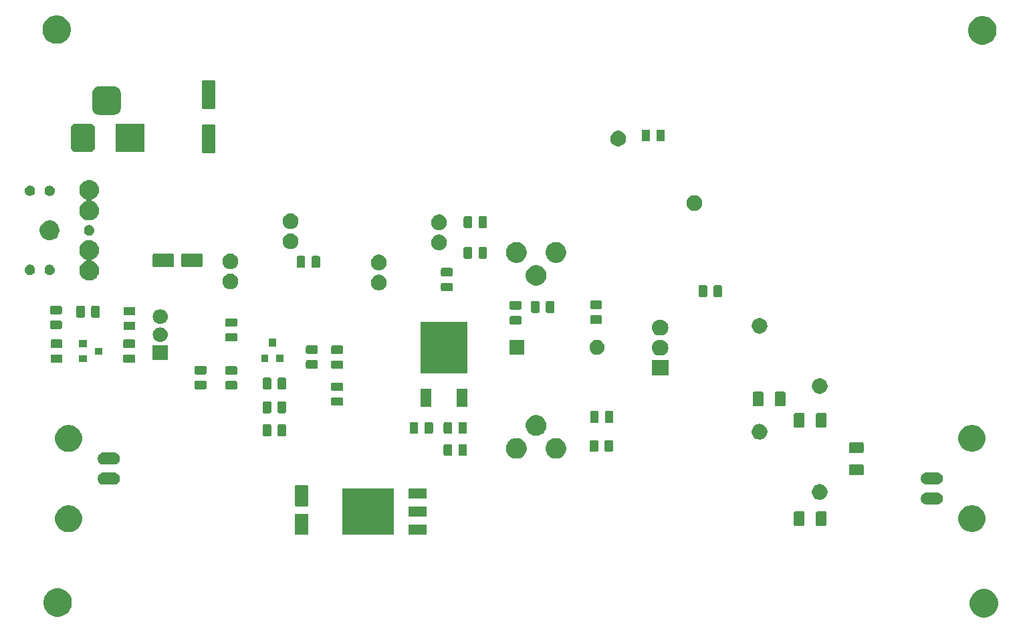
<source format=gts>
G04 #@! TF.GenerationSoftware,KiCad,Pcbnew,(5.1.5)-3*
G04 #@! TF.CreationDate,2021-07-25T13:57:05-05:00*
G04 #@! TF.ProjectId,IRF510-Amplifier,49524635-3130-42d4-916d-706c69666965,rev?*
G04 #@! TF.SameCoordinates,Original*
G04 #@! TF.FileFunction,Soldermask,Top*
G04 #@! TF.FilePolarity,Negative*
%FSLAX46Y46*%
G04 Gerber Fmt 4.6, Leading zero omitted, Abs format (unit mm)*
G04 Created by KiCad (PCBNEW (5.1.5)-3) date 2021-07-25 13:57:05*
%MOMM*%
%LPD*%
G04 APERTURE LIST*
%ADD10C,1.219200*%
%ADD11C,0.100000*%
G04 APERTURE END LIST*
D10*
X84809600Y-47200000D02*
G75*
G03X84809600Y-47200000I-609600J0D01*
G01*
X84809600Y-54800000D02*
G75*
G03X84809600Y-54800000I-609600J0D01*
G01*
X84809600Y-44600000D02*
G75*
G03X84809600Y-44600000I-609600J0D01*
G01*
X79809600Y-49700000D02*
G75*
G03X79809600Y-49700000I-609600J0D01*
G01*
X84809600Y-52200000D02*
G75*
G03X84809600Y-52200000I-609600J0D01*
G01*
D11*
G36*
X198025331Y-95168211D02*
G01*
X198353092Y-95303974D01*
X198648070Y-95501072D01*
X198898928Y-95751930D01*
X199096026Y-96046908D01*
X199231789Y-96374669D01*
X199301000Y-96722616D01*
X199301000Y-97077384D01*
X199231789Y-97425331D01*
X199096026Y-97753092D01*
X198898928Y-98048070D01*
X198648070Y-98298928D01*
X198353092Y-98496026D01*
X198025331Y-98631789D01*
X197677384Y-98701000D01*
X197322616Y-98701000D01*
X196974669Y-98631789D01*
X196646908Y-98496026D01*
X196351930Y-98298928D01*
X196101072Y-98048070D01*
X195903974Y-97753092D01*
X195768211Y-97425331D01*
X195699000Y-97077384D01*
X195699000Y-96722616D01*
X195768211Y-96374669D01*
X195903974Y-96046908D01*
X196101072Y-95751930D01*
X196351930Y-95501072D01*
X196646908Y-95303974D01*
X196974669Y-95168211D01*
X197322616Y-95099000D01*
X197677384Y-95099000D01*
X198025331Y-95168211D01*
G37*
G36*
X80725331Y-95068211D02*
G01*
X81053092Y-95203974D01*
X81348070Y-95401072D01*
X81598928Y-95651930D01*
X81796026Y-95946908D01*
X81931789Y-96274669D01*
X82001000Y-96622616D01*
X82001000Y-96977384D01*
X81931789Y-97325331D01*
X81796026Y-97653092D01*
X81598928Y-97948070D01*
X81348070Y-98198928D01*
X81053092Y-98396026D01*
X80725331Y-98531789D01*
X80377384Y-98601000D01*
X80022616Y-98601000D01*
X79674669Y-98531789D01*
X79346908Y-98396026D01*
X79051930Y-98198928D01*
X78801072Y-97948070D01*
X78603974Y-97653092D01*
X78468211Y-97325331D01*
X78399000Y-96977384D01*
X78399000Y-96622616D01*
X78468211Y-96274669D01*
X78603974Y-95946908D01*
X78801072Y-95651930D01*
X79051930Y-95401072D01*
X79346908Y-95203974D01*
X79674669Y-95068211D01*
X80022616Y-94999000D01*
X80377384Y-94999000D01*
X80725331Y-95068211D01*
G37*
G36*
X111805997Y-85553051D02*
G01*
X111839652Y-85563261D01*
X111870665Y-85579838D01*
X111897851Y-85602149D01*
X111920162Y-85629335D01*
X111936739Y-85660348D01*
X111946949Y-85694003D01*
X111951000Y-85735138D01*
X111951000Y-88064862D01*
X111946949Y-88105997D01*
X111936739Y-88139652D01*
X111920162Y-88170665D01*
X111897851Y-88197851D01*
X111870665Y-88220162D01*
X111839652Y-88236739D01*
X111805997Y-88246949D01*
X111764862Y-88251000D01*
X110435138Y-88251000D01*
X110394003Y-88246949D01*
X110360348Y-88236739D01*
X110329335Y-88220162D01*
X110302149Y-88197851D01*
X110279838Y-88170665D01*
X110263261Y-88139652D01*
X110253051Y-88105997D01*
X110249000Y-88064862D01*
X110249000Y-85735138D01*
X110253051Y-85694003D01*
X110263261Y-85660348D01*
X110279838Y-85629335D01*
X110302149Y-85602149D01*
X110329335Y-85579838D01*
X110360348Y-85563261D01*
X110394003Y-85553051D01*
X110435138Y-85549000D01*
X111764862Y-85549000D01*
X111805997Y-85553051D01*
G37*
G36*
X122751000Y-88251000D02*
G01*
X116249000Y-88251000D01*
X116249000Y-82349000D01*
X122751000Y-82349000D01*
X122751000Y-88251000D01*
G37*
G36*
X126951000Y-88231000D02*
G01*
X124649000Y-88231000D01*
X124649000Y-86929000D01*
X126951000Y-86929000D01*
X126951000Y-88231000D01*
G37*
G36*
X82098671Y-84556098D02*
G01*
X82409798Y-84684971D01*
X82689805Y-84872066D01*
X82927934Y-85110195D01*
X83115029Y-85390202D01*
X83243902Y-85701329D01*
X83309600Y-86031618D01*
X83309600Y-86368382D01*
X83243902Y-86698671D01*
X83115029Y-87009798D01*
X82927934Y-87289805D01*
X82689805Y-87527934D01*
X82409798Y-87715029D01*
X82098671Y-87843902D01*
X81768382Y-87909600D01*
X81431618Y-87909600D01*
X81101329Y-87843902D01*
X80790202Y-87715029D01*
X80510195Y-87527934D01*
X80272066Y-87289805D01*
X80084971Y-87009798D01*
X79956098Y-86698671D01*
X79890400Y-86368382D01*
X79890400Y-86031618D01*
X79956098Y-85701329D01*
X80084971Y-85390202D01*
X80272066Y-85110195D01*
X80510195Y-84872066D01*
X80790202Y-84684971D01*
X81101329Y-84556098D01*
X81431618Y-84490400D01*
X81768382Y-84490400D01*
X82098671Y-84556098D01*
G37*
G36*
X196478671Y-84536098D02*
G01*
X196789798Y-84664971D01*
X197069805Y-84852066D01*
X197307934Y-85090195D01*
X197495029Y-85370202D01*
X197623902Y-85681329D01*
X197689600Y-86011618D01*
X197689600Y-86348382D01*
X197623902Y-86678671D01*
X197495029Y-86989798D01*
X197307934Y-87269805D01*
X197069805Y-87507934D01*
X196789798Y-87695029D01*
X196478671Y-87823902D01*
X196148382Y-87889600D01*
X195811618Y-87889600D01*
X195481329Y-87823902D01*
X195170202Y-87695029D01*
X194890195Y-87507934D01*
X194652066Y-87269805D01*
X194464971Y-86989798D01*
X194336098Y-86678671D01*
X194270400Y-86348382D01*
X194270400Y-86011618D01*
X194336098Y-85681329D01*
X194464971Y-85370202D01*
X194652066Y-85090195D01*
X194890195Y-84852066D01*
X195170202Y-84664971D01*
X195481329Y-84536098D01*
X195811618Y-84470400D01*
X196148382Y-84470400D01*
X196478671Y-84536098D01*
G37*
G36*
X174618604Y-85278347D02*
G01*
X174655144Y-85289432D01*
X174688821Y-85307433D01*
X174718341Y-85331659D01*
X174742567Y-85361179D01*
X174760568Y-85394856D01*
X174771653Y-85431396D01*
X174776000Y-85475538D01*
X174776000Y-86924462D01*
X174771653Y-86968604D01*
X174760568Y-87005144D01*
X174742567Y-87038821D01*
X174718341Y-87068341D01*
X174688821Y-87092567D01*
X174655144Y-87110568D01*
X174618604Y-87121653D01*
X174574462Y-87126000D01*
X173625538Y-87126000D01*
X173581396Y-87121653D01*
X173544856Y-87110568D01*
X173511179Y-87092567D01*
X173481659Y-87068341D01*
X173457433Y-87038821D01*
X173439432Y-87005144D01*
X173428347Y-86968604D01*
X173424000Y-86924462D01*
X173424000Y-85475538D01*
X173428347Y-85431396D01*
X173439432Y-85394856D01*
X173457433Y-85361179D01*
X173481659Y-85331659D01*
X173511179Y-85307433D01*
X173544856Y-85289432D01*
X173581396Y-85278347D01*
X173625538Y-85274000D01*
X174574462Y-85274000D01*
X174618604Y-85278347D01*
G37*
G36*
X177418604Y-85278347D02*
G01*
X177455144Y-85289432D01*
X177488821Y-85307433D01*
X177518341Y-85331659D01*
X177542567Y-85361179D01*
X177560568Y-85394856D01*
X177571653Y-85431396D01*
X177576000Y-85475538D01*
X177576000Y-86924462D01*
X177571653Y-86968604D01*
X177560568Y-87005144D01*
X177542567Y-87038821D01*
X177518341Y-87068341D01*
X177488821Y-87092567D01*
X177455144Y-87110568D01*
X177418604Y-87121653D01*
X177374462Y-87126000D01*
X176425538Y-87126000D01*
X176381396Y-87121653D01*
X176344856Y-87110568D01*
X176311179Y-87092567D01*
X176281659Y-87068341D01*
X176257433Y-87038821D01*
X176239432Y-87005144D01*
X176228347Y-86968604D01*
X176224000Y-86924462D01*
X176224000Y-85475538D01*
X176228347Y-85431396D01*
X176239432Y-85394856D01*
X176257433Y-85361179D01*
X176281659Y-85331659D01*
X176311179Y-85307433D01*
X176344856Y-85289432D01*
X176381396Y-85278347D01*
X176425538Y-85274000D01*
X177374462Y-85274000D01*
X177418604Y-85278347D01*
G37*
G36*
X126951000Y-85951000D02*
G01*
X124649000Y-85951000D01*
X124649000Y-84649000D01*
X126951000Y-84649000D01*
X126951000Y-85951000D01*
G37*
G36*
X111805997Y-81953051D02*
G01*
X111839652Y-81963261D01*
X111870665Y-81979838D01*
X111897851Y-82002149D01*
X111920162Y-82029335D01*
X111936739Y-82060348D01*
X111946949Y-82094003D01*
X111951000Y-82135138D01*
X111951000Y-84464862D01*
X111946949Y-84505997D01*
X111936739Y-84539652D01*
X111920162Y-84570665D01*
X111897851Y-84597851D01*
X111870665Y-84620162D01*
X111839652Y-84636739D01*
X111805997Y-84646949D01*
X111764862Y-84651000D01*
X110435138Y-84651000D01*
X110394003Y-84646949D01*
X110360348Y-84636739D01*
X110329335Y-84620162D01*
X110302149Y-84597851D01*
X110279838Y-84570665D01*
X110263261Y-84539652D01*
X110253051Y-84505997D01*
X110249000Y-84464862D01*
X110249000Y-82135138D01*
X110253051Y-82094003D01*
X110263261Y-82060348D01*
X110279838Y-82029335D01*
X110302149Y-82002149D01*
X110329335Y-81979838D01*
X110360348Y-81963261D01*
X110394003Y-81953051D01*
X110435138Y-81949000D01*
X111764862Y-81949000D01*
X111805997Y-81953051D01*
G37*
G36*
X191702123Y-82895333D02*
G01*
X191844555Y-82938539D01*
X191975820Y-83008702D01*
X192090875Y-83103125D01*
X192185298Y-83218180D01*
X192255461Y-83349445D01*
X192298667Y-83491877D01*
X192313256Y-83640000D01*
X192298667Y-83788123D01*
X192255461Y-83930555D01*
X192185298Y-84061820D01*
X192090875Y-84176875D01*
X191975820Y-84271298D01*
X191844555Y-84341461D01*
X191702123Y-84384667D01*
X191591120Y-84395600D01*
X190208880Y-84395600D01*
X190097877Y-84384667D01*
X189955445Y-84341461D01*
X189824180Y-84271298D01*
X189709125Y-84176875D01*
X189614702Y-84061820D01*
X189544539Y-83930555D01*
X189501333Y-83788123D01*
X189486744Y-83640000D01*
X189501333Y-83491877D01*
X189544539Y-83349445D01*
X189614702Y-83218180D01*
X189709125Y-83103125D01*
X189824180Y-83008702D01*
X189955445Y-82938539D01*
X190097877Y-82895333D01*
X190208880Y-82884400D01*
X191591120Y-82884400D01*
X191702123Y-82895333D01*
G37*
G36*
X176903256Y-81838434D02*
G01*
X176998947Y-81857468D01*
X177179225Y-81932142D01*
X177341471Y-82040551D01*
X177479449Y-82178529D01*
X177587858Y-82340775D01*
X177662532Y-82521053D01*
X177700600Y-82712434D01*
X177700600Y-82907566D01*
X177662532Y-83098947D01*
X177587858Y-83279225D01*
X177479449Y-83441471D01*
X177341471Y-83579449D01*
X177179225Y-83687858D01*
X176998947Y-83762532D01*
X176903256Y-83781566D01*
X176807567Y-83800600D01*
X176612433Y-83800600D01*
X176516744Y-83781566D01*
X176421053Y-83762532D01*
X176240775Y-83687858D01*
X176078529Y-83579449D01*
X175940551Y-83441471D01*
X175832142Y-83279225D01*
X175757468Y-83098947D01*
X175719400Y-82907566D01*
X175719400Y-82712434D01*
X175757468Y-82521053D01*
X175832142Y-82340775D01*
X175940551Y-82178529D01*
X176078529Y-82040551D01*
X176240775Y-81932142D01*
X176421053Y-81857468D01*
X176612433Y-81819400D01*
X176807567Y-81819400D01*
X176903256Y-81838434D01*
G37*
G36*
X126951000Y-83671000D02*
G01*
X124649000Y-83671000D01*
X124649000Y-82369000D01*
X126951000Y-82369000D01*
X126951000Y-83671000D01*
G37*
G36*
X87482123Y-80375333D02*
G01*
X87624555Y-80418539D01*
X87755820Y-80488702D01*
X87870875Y-80583125D01*
X87965298Y-80698180D01*
X88035461Y-80829445D01*
X88078667Y-80971877D01*
X88093256Y-81120000D01*
X88078667Y-81268123D01*
X88035461Y-81410555D01*
X87965298Y-81541820D01*
X87870875Y-81656875D01*
X87755820Y-81751298D01*
X87624555Y-81821461D01*
X87482123Y-81864667D01*
X87371120Y-81875600D01*
X85988880Y-81875600D01*
X85877877Y-81864667D01*
X85735445Y-81821461D01*
X85604180Y-81751298D01*
X85489125Y-81656875D01*
X85394702Y-81541820D01*
X85324539Y-81410555D01*
X85281333Y-81268123D01*
X85266744Y-81120000D01*
X85281333Y-80971877D01*
X85324539Y-80829445D01*
X85394702Y-80698180D01*
X85489125Y-80583125D01*
X85604180Y-80488702D01*
X85735445Y-80418539D01*
X85877877Y-80375333D01*
X85988880Y-80364400D01*
X87371120Y-80364400D01*
X87482123Y-80375333D01*
G37*
G36*
X191702123Y-80355333D02*
G01*
X191844555Y-80398539D01*
X191975820Y-80468702D01*
X192090875Y-80563125D01*
X192185298Y-80678180D01*
X192255461Y-80809445D01*
X192298667Y-80951877D01*
X192313256Y-81100000D01*
X192298667Y-81248123D01*
X192255461Y-81390555D01*
X192185298Y-81521820D01*
X192090875Y-81636875D01*
X191975820Y-81731298D01*
X191844555Y-81801461D01*
X191702123Y-81844667D01*
X191591120Y-81855600D01*
X190208880Y-81855600D01*
X190097877Y-81844667D01*
X189955445Y-81801461D01*
X189824180Y-81731298D01*
X189709125Y-81636875D01*
X189614702Y-81521820D01*
X189544539Y-81390555D01*
X189501333Y-81248123D01*
X189486744Y-81100000D01*
X189501333Y-80951877D01*
X189544539Y-80809445D01*
X189614702Y-80678180D01*
X189709125Y-80563125D01*
X189824180Y-80468702D01*
X189955445Y-80398539D01*
X190097877Y-80355333D01*
X190208880Y-80344400D01*
X191591120Y-80344400D01*
X191702123Y-80355333D01*
G37*
G36*
X182118604Y-79328347D02*
G01*
X182155144Y-79339432D01*
X182188821Y-79357433D01*
X182218341Y-79381659D01*
X182242567Y-79411179D01*
X182260568Y-79444856D01*
X182271653Y-79481396D01*
X182276000Y-79525538D01*
X182276000Y-80474462D01*
X182271653Y-80518604D01*
X182260568Y-80555144D01*
X182242567Y-80588821D01*
X182218341Y-80618341D01*
X182188821Y-80642567D01*
X182155144Y-80660568D01*
X182118604Y-80671653D01*
X182074462Y-80676000D01*
X180625538Y-80676000D01*
X180581396Y-80671653D01*
X180544856Y-80660568D01*
X180511179Y-80642567D01*
X180481659Y-80618341D01*
X180457433Y-80588821D01*
X180439432Y-80555144D01*
X180428347Y-80518604D01*
X180424000Y-80474462D01*
X180424000Y-79525538D01*
X180428347Y-79481396D01*
X180439432Y-79444856D01*
X180457433Y-79411179D01*
X180481659Y-79381659D01*
X180511179Y-79357433D01*
X180544856Y-79339432D01*
X180581396Y-79328347D01*
X180625538Y-79324000D01*
X182074462Y-79324000D01*
X182118604Y-79328347D01*
G37*
G36*
X87482123Y-77835333D02*
G01*
X87624555Y-77878539D01*
X87755820Y-77948702D01*
X87870875Y-78043125D01*
X87965298Y-78158180D01*
X88035461Y-78289445D01*
X88078667Y-78431877D01*
X88093256Y-78580000D01*
X88078667Y-78728123D01*
X88035461Y-78870555D01*
X87965298Y-79001820D01*
X87870875Y-79116875D01*
X87755820Y-79211298D01*
X87624555Y-79281461D01*
X87482123Y-79324667D01*
X87371120Y-79335600D01*
X85988880Y-79335600D01*
X85877877Y-79324667D01*
X85735445Y-79281461D01*
X85604180Y-79211298D01*
X85489125Y-79116875D01*
X85394702Y-79001820D01*
X85324539Y-78870555D01*
X85281333Y-78728123D01*
X85266744Y-78580000D01*
X85281333Y-78431877D01*
X85324539Y-78289445D01*
X85394702Y-78158180D01*
X85489125Y-78043125D01*
X85604180Y-77948702D01*
X85735445Y-77878539D01*
X85877877Y-77835333D01*
X85988880Y-77824400D01*
X87371120Y-77824400D01*
X87482123Y-77835333D01*
G37*
G36*
X138679487Y-76048996D02*
G01*
X138905302Y-76142532D01*
X138916255Y-76147069D01*
X139129339Y-76289447D01*
X139310553Y-76470661D01*
X139426491Y-76644174D01*
X139452932Y-76683747D01*
X139551004Y-76920513D01*
X139601000Y-77171861D01*
X139601000Y-77428139D01*
X139551004Y-77679487D01*
X139468553Y-77878541D01*
X139452931Y-77916255D01*
X139310553Y-78129339D01*
X139129339Y-78310553D01*
X138916255Y-78452931D01*
X138916254Y-78452932D01*
X138916253Y-78452932D01*
X138679487Y-78551004D01*
X138428139Y-78601000D01*
X138171861Y-78601000D01*
X137920513Y-78551004D01*
X137683747Y-78452932D01*
X137683746Y-78452932D01*
X137683745Y-78452931D01*
X137470661Y-78310553D01*
X137289447Y-78129339D01*
X137147069Y-77916255D01*
X137131447Y-77878541D01*
X137048996Y-77679487D01*
X136999000Y-77428139D01*
X136999000Y-77171861D01*
X137048996Y-76920513D01*
X137147068Y-76683747D01*
X137173510Y-76644174D01*
X137289447Y-76470661D01*
X137470661Y-76289447D01*
X137683745Y-76147069D01*
X137694698Y-76142532D01*
X137920513Y-76048996D01*
X138171861Y-75999000D01*
X138428139Y-75999000D01*
X138679487Y-76048996D01*
G37*
G36*
X143679487Y-76048996D02*
G01*
X143905302Y-76142532D01*
X143916255Y-76147069D01*
X144129339Y-76289447D01*
X144310553Y-76470661D01*
X144426491Y-76644174D01*
X144452932Y-76683747D01*
X144551004Y-76920513D01*
X144601000Y-77171861D01*
X144601000Y-77428139D01*
X144551004Y-77679487D01*
X144468553Y-77878541D01*
X144452931Y-77916255D01*
X144310553Y-78129339D01*
X144129339Y-78310553D01*
X143916255Y-78452931D01*
X143916254Y-78452932D01*
X143916253Y-78452932D01*
X143679487Y-78551004D01*
X143428139Y-78601000D01*
X143171861Y-78601000D01*
X142920513Y-78551004D01*
X142683747Y-78452932D01*
X142683746Y-78452932D01*
X142683745Y-78452931D01*
X142470661Y-78310553D01*
X142289447Y-78129339D01*
X142147069Y-77916255D01*
X142131447Y-77878541D01*
X142048996Y-77679487D01*
X141999000Y-77428139D01*
X141999000Y-77171861D01*
X142048996Y-76920513D01*
X142147068Y-76683747D01*
X142173510Y-76644174D01*
X142289447Y-76470661D01*
X142470661Y-76289447D01*
X142683745Y-76147069D01*
X142694698Y-76142532D01*
X142920513Y-76048996D01*
X143171861Y-75999000D01*
X143428139Y-75999000D01*
X143679487Y-76048996D01*
G37*
G36*
X131871968Y-76753565D02*
G01*
X131910638Y-76765296D01*
X131946277Y-76784346D01*
X131977517Y-76809983D01*
X132003154Y-76841223D01*
X132022204Y-76876862D01*
X132033935Y-76915532D01*
X132038500Y-76961888D01*
X132038500Y-78038112D01*
X132033935Y-78084468D01*
X132022204Y-78123138D01*
X132003154Y-78158777D01*
X131977517Y-78190017D01*
X131946277Y-78215654D01*
X131910638Y-78234704D01*
X131871968Y-78246435D01*
X131825612Y-78251000D01*
X131174388Y-78251000D01*
X131128032Y-78246435D01*
X131089362Y-78234704D01*
X131053723Y-78215654D01*
X131022483Y-78190017D01*
X130996846Y-78158777D01*
X130977796Y-78123138D01*
X130966065Y-78084468D01*
X130961500Y-78038112D01*
X130961500Y-76961888D01*
X130966065Y-76915532D01*
X130977796Y-76876862D01*
X130996846Y-76841223D01*
X131022483Y-76809983D01*
X131053723Y-76784346D01*
X131089362Y-76765296D01*
X131128032Y-76753565D01*
X131174388Y-76749000D01*
X131825612Y-76749000D01*
X131871968Y-76753565D01*
G37*
G36*
X129996968Y-76753565D02*
G01*
X130035638Y-76765296D01*
X130071277Y-76784346D01*
X130102517Y-76809983D01*
X130128154Y-76841223D01*
X130147204Y-76876862D01*
X130158935Y-76915532D01*
X130163500Y-76961888D01*
X130163500Y-78038112D01*
X130158935Y-78084468D01*
X130147204Y-78123138D01*
X130128154Y-78158777D01*
X130102517Y-78190017D01*
X130071277Y-78215654D01*
X130035638Y-78234704D01*
X129996968Y-78246435D01*
X129950612Y-78251000D01*
X129299388Y-78251000D01*
X129253032Y-78246435D01*
X129214362Y-78234704D01*
X129178723Y-78215654D01*
X129147483Y-78190017D01*
X129121846Y-78158777D01*
X129102796Y-78123138D01*
X129091065Y-78084468D01*
X129086500Y-78038112D01*
X129086500Y-76961888D01*
X129091065Y-76915532D01*
X129102796Y-76876862D01*
X129121846Y-76841223D01*
X129147483Y-76809983D01*
X129178723Y-76784346D01*
X129214362Y-76765296D01*
X129253032Y-76753565D01*
X129299388Y-76749000D01*
X129950612Y-76749000D01*
X129996968Y-76753565D01*
G37*
G36*
X182118604Y-76528347D02*
G01*
X182155144Y-76539432D01*
X182188821Y-76557433D01*
X182218341Y-76581659D01*
X182242567Y-76611179D01*
X182260568Y-76644856D01*
X182271653Y-76681396D01*
X182276000Y-76725538D01*
X182276000Y-77674462D01*
X182271653Y-77718604D01*
X182260568Y-77755144D01*
X182242567Y-77788821D01*
X182218341Y-77818341D01*
X182188821Y-77842567D01*
X182155144Y-77860568D01*
X182118604Y-77871653D01*
X182074462Y-77876000D01*
X180625538Y-77876000D01*
X180581396Y-77871653D01*
X180544856Y-77860568D01*
X180511179Y-77842567D01*
X180481659Y-77818341D01*
X180457433Y-77788821D01*
X180439432Y-77755144D01*
X180428347Y-77718604D01*
X180424000Y-77674462D01*
X180424000Y-76725538D01*
X180428347Y-76681396D01*
X180439432Y-76644856D01*
X180457433Y-76611179D01*
X180481659Y-76581659D01*
X180511179Y-76557433D01*
X180544856Y-76539432D01*
X180581396Y-76528347D01*
X180625538Y-76524000D01*
X182074462Y-76524000D01*
X182118604Y-76528347D01*
G37*
G36*
X150374968Y-76252565D02*
G01*
X150413638Y-76264296D01*
X150449277Y-76283346D01*
X150480517Y-76308983D01*
X150506154Y-76340223D01*
X150525204Y-76375862D01*
X150536935Y-76414532D01*
X150541500Y-76460888D01*
X150541500Y-77537112D01*
X150536935Y-77583468D01*
X150525204Y-77622138D01*
X150506154Y-77657777D01*
X150480517Y-77689017D01*
X150449277Y-77714654D01*
X150413638Y-77733704D01*
X150374968Y-77745435D01*
X150328612Y-77750000D01*
X149677388Y-77750000D01*
X149631032Y-77745435D01*
X149592362Y-77733704D01*
X149556723Y-77714654D01*
X149525483Y-77689017D01*
X149499846Y-77657777D01*
X149480796Y-77622138D01*
X149469065Y-77583468D01*
X149464500Y-77537112D01*
X149464500Y-76460888D01*
X149469065Y-76414532D01*
X149480796Y-76375862D01*
X149499846Y-76340223D01*
X149525483Y-76308983D01*
X149556723Y-76283346D01*
X149592362Y-76264296D01*
X149631032Y-76252565D01*
X149677388Y-76248000D01*
X150328612Y-76248000D01*
X150374968Y-76252565D01*
G37*
G36*
X148499968Y-76252565D02*
G01*
X148538638Y-76264296D01*
X148574277Y-76283346D01*
X148605517Y-76308983D01*
X148631154Y-76340223D01*
X148650204Y-76375862D01*
X148661935Y-76414532D01*
X148666500Y-76460888D01*
X148666500Y-77537112D01*
X148661935Y-77583468D01*
X148650204Y-77622138D01*
X148631154Y-77657777D01*
X148605517Y-77689017D01*
X148574277Y-77714654D01*
X148538638Y-77733704D01*
X148499968Y-77745435D01*
X148453612Y-77750000D01*
X147802388Y-77750000D01*
X147756032Y-77745435D01*
X147717362Y-77733704D01*
X147681723Y-77714654D01*
X147650483Y-77689017D01*
X147624846Y-77657777D01*
X147605796Y-77622138D01*
X147594065Y-77583468D01*
X147589500Y-77537112D01*
X147589500Y-76460888D01*
X147594065Y-76414532D01*
X147605796Y-76375862D01*
X147624846Y-76340223D01*
X147650483Y-76308983D01*
X147681723Y-76283346D01*
X147717362Y-76264296D01*
X147756032Y-76252565D01*
X147802388Y-76248000D01*
X148453612Y-76248000D01*
X148499968Y-76252565D01*
G37*
G36*
X82098671Y-74396098D02*
G01*
X82409798Y-74524971D01*
X82689805Y-74712066D01*
X82927934Y-74950195D01*
X83115029Y-75230202D01*
X83243902Y-75541329D01*
X83309600Y-75871618D01*
X83309600Y-76208382D01*
X83243902Y-76538671D01*
X83115029Y-76849798D01*
X82927934Y-77129805D01*
X82689805Y-77367934D01*
X82409798Y-77555029D01*
X82098671Y-77683902D01*
X81768382Y-77749600D01*
X81431618Y-77749600D01*
X81101329Y-77683902D01*
X80790202Y-77555029D01*
X80510195Y-77367934D01*
X80272066Y-77129805D01*
X80084971Y-76849798D01*
X79956098Y-76538671D01*
X79890400Y-76208382D01*
X79890400Y-75871618D01*
X79956098Y-75541329D01*
X80084971Y-75230202D01*
X80272066Y-74950195D01*
X80510195Y-74712066D01*
X80790202Y-74524971D01*
X81101329Y-74396098D01*
X81431618Y-74330400D01*
X81768382Y-74330400D01*
X82098671Y-74396098D01*
G37*
G36*
X196478671Y-74376098D02*
G01*
X196789798Y-74504971D01*
X197069805Y-74692066D01*
X197307934Y-74930195D01*
X197495029Y-75210202D01*
X197623902Y-75521329D01*
X197689600Y-75851618D01*
X197689600Y-76188382D01*
X197623902Y-76518671D01*
X197495029Y-76829798D01*
X197307934Y-77109805D01*
X197069805Y-77347934D01*
X196789798Y-77535029D01*
X196478671Y-77663902D01*
X196148382Y-77729600D01*
X195811618Y-77729600D01*
X195481329Y-77663902D01*
X195170202Y-77535029D01*
X194890195Y-77347934D01*
X194652066Y-77109805D01*
X194464971Y-76829798D01*
X194336098Y-76518671D01*
X194270400Y-76188382D01*
X194270400Y-75851618D01*
X194336098Y-75521329D01*
X194464971Y-75210202D01*
X194652066Y-74930195D01*
X194890195Y-74692066D01*
X195170202Y-74504971D01*
X195481329Y-74376098D01*
X195811618Y-74310400D01*
X196148382Y-74310400D01*
X196478671Y-74376098D01*
G37*
G36*
X169282331Y-74218250D02*
G01*
X169378947Y-74237468D01*
X169461983Y-74271863D01*
X169555020Y-74310400D01*
X169559225Y-74312142D01*
X169721471Y-74420551D01*
X169859449Y-74558529D01*
X169967858Y-74720775D01*
X169967859Y-74720777D01*
X170042532Y-74901054D01*
X170080600Y-75092433D01*
X170080600Y-75287567D01*
X170066435Y-75358777D01*
X170042532Y-75478947D01*
X169967858Y-75659225D01*
X169859449Y-75821471D01*
X169721471Y-75959449D01*
X169559225Y-76067858D01*
X169378947Y-76142532D01*
X169283256Y-76161566D01*
X169187567Y-76180600D01*
X168992433Y-76180600D01*
X168801053Y-76142532D01*
X168620775Y-76067858D01*
X168458529Y-75959449D01*
X168320551Y-75821471D01*
X168212142Y-75659225D01*
X168137468Y-75478947D01*
X168113565Y-75358777D01*
X168099400Y-75287567D01*
X168099400Y-75092433D01*
X168137468Y-74901054D01*
X168212141Y-74720777D01*
X168212142Y-74720775D01*
X168320551Y-74558529D01*
X168458529Y-74420551D01*
X168620775Y-74312142D01*
X168624981Y-74310400D01*
X168718017Y-74271863D01*
X168801053Y-74237468D01*
X168897669Y-74218250D01*
X168992433Y-74199400D01*
X169187567Y-74199400D01*
X169282331Y-74218250D01*
G37*
G36*
X108971968Y-74253565D02*
G01*
X109010638Y-74265296D01*
X109046277Y-74284346D01*
X109077517Y-74309983D01*
X109103154Y-74341223D01*
X109122204Y-74376862D01*
X109133935Y-74415532D01*
X109138500Y-74461888D01*
X109138500Y-75538112D01*
X109133935Y-75584468D01*
X109122204Y-75623138D01*
X109103154Y-75658777D01*
X109077517Y-75690017D01*
X109046277Y-75715654D01*
X109010638Y-75734704D01*
X108971968Y-75746435D01*
X108925612Y-75751000D01*
X108274388Y-75751000D01*
X108228032Y-75746435D01*
X108189362Y-75734704D01*
X108153723Y-75715654D01*
X108122483Y-75690017D01*
X108096846Y-75658777D01*
X108077796Y-75623138D01*
X108066065Y-75584468D01*
X108061500Y-75538112D01*
X108061500Y-74461888D01*
X108066065Y-74415532D01*
X108077796Y-74376862D01*
X108096846Y-74341223D01*
X108122483Y-74309983D01*
X108153723Y-74284346D01*
X108189362Y-74265296D01*
X108228032Y-74253565D01*
X108274388Y-74249000D01*
X108925612Y-74249000D01*
X108971968Y-74253565D01*
G37*
G36*
X107096968Y-74253565D02*
G01*
X107135638Y-74265296D01*
X107171277Y-74284346D01*
X107202517Y-74309983D01*
X107228154Y-74341223D01*
X107247204Y-74376862D01*
X107258935Y-74415532D01*
X107263500Y-74461888D01*
X107263500Y-75538112D01*
X107258935Y-75584468D01*
X107247204Y-75623138D01*
X107228154Y-75658777D01*
X107202517Y-75690017D01*
X107171277Y-75715654D01*
X107135638Y-75734704D01*
X107096968Y-75746435D01*
X107050612Y-75751000D01*
X106399388Y-75751000D01*
X106353032Y-75746435D01*
X106314362Y-75734704D01*
X106278723Y-75715654D01*
X106247483Y-75690017D01*
X106221846Y-75658777D01*
X106202796Y-75623138D01*
X106191065Y-75584468D01*
X106186500Y-75538112D01*
X106186500Y-74461888D01*
X106191065Y-74415532D01*
X106202796Y-74376862D01*
X106221846Y-74341223D01*
X106247483Y-74309983D01*
X106278723Y-74284346D01*
X106314362Y-74265296D01*
X106353032Y-74253565D01*
X106399388Y-74249000D01*
X107050612Y-74249000D01*
X107096968Y-74253565D01*
G37*
G36*
X141179487Y-73148996D02*
G01*
X141416253Y-73247068D01*
X141416255Y-73247069D01*
X141629339Y-73389447D01*
X141810553Y-73570661D01*
X141952932Y-73783747D01*
X142051004Y-74020513D01*
X142101000Y-74271861D01*
X142101000Y-74528139D01*
X142051004Y-74779487D01*
X141980294Y-74950195D01*
X141952931Y-75016255D01*
X141810553Y-75229339D01*
X141629339Y-75410553D01*
X141416255Y-75552931D01*
X141416254Y-75552932D01*
X141416253Y-75552932D01*
X141179487Y-75651004D01*
X140928139Y-75701000D01*
X140671861Y-75701000D01*
X140420513Y-75651004D01*
X140183747Y-75552932D01*
X140183746Y-75552932D01*
X140183745Y-75552931D01*
X139970661Y-75410553D01*
X139789447Y-75229339D01*
X139647069Y-75016255D01*
X139619706Y-74950195D01*
X139548996Y-74779487D01*
X139499000Y-74528139D01*
X139499000Y-74271861D01*
X139548996Y-74020513D01*
X139647068Y-73783747D01*
X139789447Y-73570661D01*
X139970661Y-73389447D01*
X140183745Y-73247069D01*
X140183747Y-73247068D01*
X140420513Y-73148996D01*
X140671861Y-73099000D01*
X140928139Y-73099000D01*
X141179487Y-73148996D01*
G37*
G36*
X125696968Y-73953565D02*
G01*
X125735638Y-73965296D01*
X125771277Y-73984346D01*
X125802517Y-74009983D01*
X125828154Y-74041223D01*
X125847204Y-74076862D01*
X125858935Y-74115532D01*
X125863500Y-74161888D01*
X125863500Y-75238112D01*
X125858935Y-75284468D01*
X125847204Y-75323138D01*
X125828154Y-75358777D01*
X125802517Y-75390017D01*
X125771277Y-75415654D01*
X125735638Y-75434704D01*
X125696968Y-75446435D01*
X125650612Y-75451000D01*
X124999388Y-75451000D01*
X124953032Y-75446435D01*
X124914362Y-75434704D01*
X124878723Y-75415654D01*
X124847483Y-75390017D01*
X124821846Y-75358777D01*
X124802796Y-75323138D01*
X124791065Y-75284468D01*
X124786500Y-75238112D01*
X124786500Y-74161888D01*
X124791065Y-74115532D01*
X124802796Y-74076862D01*
X124821846Y-74041223D01*
X124847483Y-74009983D01*
X124878723Y-73984346D01*
X124914362Y-73965296D01*
X124953032Y-73953565D01*
X124999388Y-73949000D01*
X125650612Y-73949000D01*
X125696968Y-73953565D01*
G37*
G36*
X127571968Y-73953565D02*
G01*
X127610638Y-73965296D01*
X127646277Y-73984346D01*
X127677517Y-74009983D01*
X127703154Y-74041223D01*
X127722204Y-74076862D01*
X127733935Y-74115532D01*
X127738500Y-74161888D01*
X127738500Y-75238112D01*
X127733935Y-75284468D01*
X127722204Y-75323138D01*
X127703154Y-75358777D01*
X127677517Y-75390017D01*
X127646277Y-75415654D01*
X127610638Y-75434704D01*
X127571968Y-75446435D01*
X127525612Y-75451000D01*
X126874388Y-75451000D01*
X126828032Y-75446435D01*
X126789362Y-75434704D01*
X126753723Y-75415654D01*
X126722483Y-75390017D01*
X126696846Y-75358777D01*
X126677796Y-75323138D01*
X126666065Y-75284468D01*
X126661500Y-75238112D01*
X126661500Y-74161888D01*
X126666065Y-74115532D01*
X126677796Y-74076862D01*
X126696846Y-74041223D01*
X126722483Y-74009983D01*
X126753723Y-73984346D01*
X126789362Y-73965296D01*
X126828032Y-73953565D01*
X126874388Y-73949000D01*
X127525612Y-73949000D01*
X127571968Y-73953565D01*
G37*
G36*
X131871968Y-73953565D02*
G01*
X131910638Y-73965296D01*
X131946277Y-73984346D01*
X131977517Y-74009983D01*
X132003154Y-74041223D01*
X132022204Y-74076862D01*
X132033935Y-74115532D01*
X132038500Y-74161888D01*
X132038500Y-75238112D01*
X132033935Y-75284468D01*
X132022204Y-75323138D01*
X132003154Y-75358777D01*
X131977517Y-75390017D01*
X131946277Y-75415654D01*
X131910638Y-75434704D01*
X131871968Y-75446435D01*
X131825612Y-75451000D01*
X131174388Y-75451000D01*
X131128032Y-75446435D01*
X131089362Y-75434704D01*
X131053723Y-75415654D01*
X131022483Y-75390017D01*
X130996846Y-75358777D01*
X130977796Y-75323138D01*
X130966065Y-75284468D01*
X130961500Y-75238112D01*
X130961500Y-74161888D01*
X130966065Y-74115532D01*
X130977796Y-74076862D01*
X130996846Y-74041223D01*
X131022483Y-74009983D01*
X131053723Y-73984346D01*
X131089362Y-73965296D01*
X131128032Y-73953565D01*
X131174388Y-73949000D01*
X131825612Y-73949000D01*
X131871968Y-73953565D01*
G37*
G36*
X129996968Y-73953565D02*
G01*
X130035638Y-73965296D01*
X130071277Y-73984346D01*
X130102517Y-74009983D01*
X130128154Y-74041223D01*
X130147204Y-74076862D01*
X130158935Y-74115532D01*
X130163500Y-74161888D01*
X130163500Y-75238112D01*
X130158935Y-75284468D01*
X130147204Y-75323138D01*
X130128154Y-75358777D01*
X130102517Y-75390017D01*
X130071277Y-75415654D01*
X130035638Y-75434704D01*
X129996968Y-75446435D01*
X129950612Y-75451000D01*
X129299388Y-75451000D01*
X129253032Y-75446435D01*
X129214362Y-75434704D01*
X129178723Y-75415654D01*
X129147483Y-75390017D01*
X129121846Y-75358777D01*
X129102796Y-75323138D01*
X129091065Y-75284468D01*
X129086500Y-75238112D01*
X129086500Y-74161888D01*
X129091065Y-74115532D01*
X129102796Y-74076862D01*
X129121846Y-74041223D01*
X129147483Y-74009983D01*
X129178723Y-73984346D01*
X129214362Y-73965296D01*
X129253032Y-73953565D01*
X129299388Y-73949000D01*
X129950612Y-73949000D01*
X129996968Y-73953565D01*
G37*
G36*
X174618604Y-72828347D02*
G01*
X174655144Y-72839432D01*
X174688821Y-72857433D01*
X174718341Y-72881659D01*
X174742567Y-72911179D01*
X174760568Y-72944856D01*
X174771653Y-72981396D01*
X174776000Y-73025538D01*
X174776000Y-74474462D01*
X174771653Y-74518604D01*
X174760568Y-74555144D01*
X174742567Y-74588821D01*
X174718341Y-74618341D01*
X174688821Y-74642567D01*
X174655144Y-74660568D01*
X174618604Y-74671653D01*
X174574462Y-74676000D01*
X173625538Y-74676000D01*
X173581396Y-74671653D01*
X173544856Y-74660568D01*
X173511179Y-74642567D01*
X173481659Y-74618341D01*
X173457433Y-74588821D01*
X173439432Y-74555144D01*
X173428347Y-74518604D01*
X173424000Y-74474462D01*
X173424000Y-73025538D01*
X173428347Y-72981396D01*
X173439432Y-72944856D01*
X173457433Y-72911179D01*
X173481659Y-72881659D01*
X173511179Y-72857433D01*
X173544856Y-72839432D01*
X173581396Y-72828347D01*
X173625538Y-72824000D01*
X174574462Y-72824000D01*
X174618604Y-72828347D01*
G37*
G36*
X177418604Y-72828347D02*
G01*
X177455144Y-72839432D01*
X177488821Y-72857433D01*
X177518341Y-72881659D01*
X177542567Y-72911179D01*
X177560568Y-72944856D01*
X177571653Y-72981396D01*
X177576000Y-73025538D01*
X177576000Y-74474462D01*
X177571653Y-74518604D01*
X177560568Y-74555144D01*
X177542567Y-74588821D01*
X177518341Y-74618341D01*
X177488821Y-74642567D01*
X177455144Y-74660568D01*
X177418604Y-74671653D01*
X177374462Y-74676000D01*
X176425538Y-74676000D01*
X176381396Y-74671653D01*
X176344856Y-74660568D01*
X176311179Y-74642567D01*
X176281659Y-74618341D01*
X176257433Y-74588821D01*
X176239432Y-74555144D01*
X176228347Y-74518604D01*
X176224000Y-74474462D01*
X176224000Y-73025538D01*
X176228347Y-72981396D01*
X176239432Y-72944856D01*
X176257433Y-72911179D01*
X176281659Y-72881659D01*
X176311179Y-72857433D01*
X176344856Y-72839432D01*
X176381396Y-72828347D01*
X176425538Y-72824000D01*
X177374462Y-72824000D01*
X177418604Y-72828347D01*
G37*
G36*
X148548468Y-72569565D02*
G01*
X148587138Y-72581296D01*
X148622777Y-72600346D01*
X148654017Y-72625983D01*
X148679654Y-72657223D01*
X148698704Y-72692862D01*
X148710435Y-72731532D01*
X148715000Y-72777888D01*
X148715000Y-73854112D01*
X148710435Y-73900468D01*
X148698704Y-73939138D01*
X148679654Y-73974777D01*
X148654017Y-74006017D01*
X148622777Y-74031654D01*
X148587138Y-74050704D01*
X148548468Y-74062435D01*
X148502112Y-74067000D01*
X147850888Y-74067000D01*
X147804532Y-74062435D01*
X147765862Y-74050704D01*
X147730223Y-74031654D01*
X147698983Y-74006017D01*
X147673346Y-73974777D01*
X147654296Y-73939138D01*
X147642565Y-73900468D01*
X147638000Y-73854112D01*
X147638000Y-72777888D01*
X147642565Y-72731532D01*
X147654296Y-72692862D01*
X147673346Y-72657223D01*
X147698983Y-72625983D01*
X147730223Y-72600346D01*
X147765862Y-72581296D01*
X147804532Y-72569565D01*
X147850888Y-72565000D01*
X148502112Y-72565000D01*
X148548468Y-72569565D01*
G37*
G36*
X150423468Y-72569565D02*
G01*
X150462138Y-72581296D01*
X150497777Y-72600346D01*
X150529017Y-72625983D01*
X150554654Y-72657223D01*
X150573704Y-72692862D01*
X150585435Y-72731532D01*
X150590000Y-72777888D01*
X150590000Y-73854112D01*
X150585435Y-73900468D01*
X150573704Y-73939138D01*
X150554654Y-73974777D01*
X150529017Y-74006017D01*
X150497777Y-74031654D01*
X150462138Y-74050704D01*
X150423468Y-74062435D01*
X150377112Y-74067000D01*
X149725888Y-74067000D01*
X149679532Y-74062435D01*
X149640862Y-74050704D01*
X149605223Y-74031654D01*
X149573983Y-74006017D01*
X149548346Y-73974777D01*
X149529296Y-73939138D01*
X149517565Y-73900468D01*
X149513000Y-73854112D01*
X149513000Y-72777888D01*
X149517565Y-72731532D01*
X149529296Y-72692862D01*
X149548346Y-72657223D01*
X149573983Y-72625983D01*
X149605223Y-72600346D01*
X149640862Y-72581296D01*
X149679532Y-72569565D01*
X149725888Y-72565000D01*
X150377112Y-72565000D01*
X150423468Y-72569565D01*
G37*
G36*
X107096968Y-71353565D02*
G01*
X107135638Y-71365296D01*
X107171277Y-71384346D01*
X107202517Y-71409983D01*
X107228154Y-71441223D01*
X107247204Y-71476862D01*
X107258935Y-71515532D01*
X107263500Y-71561888D01*
X107263500Y-72638112D01*
X107258935Y-72684468D01*
X107247204Y-72723138D01*
X107228154Y-72758777D01*
X107202517Y-72790017D01*
X107171277Y-72815654D01*
X107135638Y-72834704D01*
X107096968Y-72846435D01*
X107050612Y-72851000D01*
X106399388Y-72851000D01*
X106353032Y-72846435D01*
X106314362Y-72834704D01*
X106278723Y-72815654D01*
X106247483Y-72790017D01*
X106221846Y-72758777D01*
X106202796Y-72723138D01*
X106191065Y-72684468D01*
X106186500Y-72638112D01*
X106186500Y-71561888D01*
X106191065Y-71515532D01*
X106202796Y-71476862D01*
X106221846Y-71441223D01*
X106247483Y-71409983D01*
X106278723Y-71384346D01*
X106314362Y-71365296D01*
X106353032Y-71353565D01*
X106399388Y-71349000D01*
X107050612Y-71349000D01*
X107096968Y-71353565D01*
G37*
G36*
X108971968Y-71353565D02*
G01*
X109010638Y-71365296D01*
X109046277Y-71384346D01*
X109077517Y-71409983D01*
X109103154Y-71441223D01*
X109122204Y-71476862D01*
X109133935Y-71515532D01*
X109138500Y-71561888D01*
X109138500Y-72638112D01*
X109133935Y-72684468D01*
X109122204Y-72723138D01*
X109103154Y-72758777D01*
X109077517Y-72790017D01*
X109046277Y-72815654D01*
X109010638Y-72834704D01*
X108971968Y-72846435D01*
X108925612Y-72851000D01*
X108274388Y-72851000D01*
X108228032Y-72846435D01*
X108189362Y-72834704D01*
X108153723Y-72815654D01*
X108122483Y-72790017D01*
X108096846Y-72758777D01*
X108077796Y-72723138D01*
X108066065Y-72684468D01*
X108061500Y-72638112D01*
X108061500Y-71561888D01*
X108066065Y-71515532D01*
X108077796Y-71476862D01*
X108096846Y-71441223D01*
X108122483Y-71409983D01*
X108153723Y-71384346D01*
X108189362Y-71365296D01*
X108228032Y-71353565D01*
X108274388Y-71349000D01*
X108925612Y-71349000D01*
X108971968Y-71353565D01*
G37*
G36*
X127496000Y-72026000D02*
G01*
X126194000Y-72026000D01*
X126194000Y-69724000D01*
X127496000Y-69724000D01*
X127496000Y-72026000D01*
G37*
G36*
X132056000Y-72026000D02*
G01*
X130754000Y-72026000D01*
X130754000Y-69724000D01*
X132056000Y-69724000D01*
X132056000Y-72026000D01*
G37*
G36*
X172218604Y-70128347D02*
G01*
X172255144Y-70139432D01*
X172288821Y-70157433D01*
X172318341Y-70181659D01*
X172342567Y-70211179D01*
X172360568Y-70244856D01*
X172371653Y-70281396D01*
X172376000Y-70325538D01*
X172376000Y-71774462D01*
X172371653Y-71818604D01*
X172360568Y-71855144D01*
X172342567Y-71888821D01*
X172318341Y-71918341D01*
X172288821Y-71942567D01*
X172255144Y-71960568D01*
X172218604Y-71971653D01*
X172174462Y-71976000D01*
X171225538Y-71976000D01*
X171181396Y-71971653D01*
X171144856Y-71960568D01*
X171111179Y-71942567D01*
X171081659Y-71918341D01*
X171057433Y-71888821D01*
X171039432Y-71855144D01*
X171028347Y-71818604D01*
X171024000Y-71774462D01*
X171024000Y-70325538D01*
X171028347Y-70281396D01*
X171039432Y-70244856D01*
X171057433Y-70211179D01*
X171081659Y-70181659D01*
X171111179Y-70157433D01*
X171144856Y-70139432D01*
X171181396Y-70128347D01*
X171225538Y-70124000D01*
X172174462Y-70124000D01*
X172218604Y-70128347D01*
G37*
G36*
X169418604Y-70128347D02*
G01*
X169455144Y-70139432D01*
X169488821Y-70157433D01*
X169518341Y-70181659D01*
X169542567Y-70211179D01*
X169560568Y-70244856D01*
X169571653Y-70281396D01*
X169576000Y-70325538D01*
X169576000Y-71774462D01*
X169571653Y-71818604D01*
X169560568Y-71855144D01*
X169542567Y-71888821D01*
X169518341Y-71918341D01*
X169488821Y-71942567D01*
X169455144Y-71960568D01*
X169418604Y-71971653D01*
X169374462Y-71976000D01*
X168425538Y-71976000D01*
X168381396Y-71971653D01*
X168344856Y-71960568D01*
X168311179Y-71942567D01*
X168281659Y-71918341D01*
X168257433Y-71888821D01*
X168239432Y-71855144D01*
X168228347Y-71818604D01*
X168224000Y-71774462D01*
X168224000Y-70325538D01*
X168228347Y-70281396D01*
X168239432Y-70244856D01*
X168257433Y-70211179D01*
X168281659Y-70181659D01*
X168311179Y-70157433D01*
X168344856Y-70139432D01*
X168381396Y-70128347D01*
X168425538Y-70124000D01*
X169374462Y-70124000D01*
X169418604Y-70128347D01*
G37*
G36*
X116184468Y-70841065D02*
G01*
X116223138Y-70852796D01*
X116258777Y-70871846D01*
X116290017Y-70897483D01*
X116315654Y-70928723D01*
X116334704Y-70964362D01*
X116346435Y-71003032D01*
X116351000Y-71049388D01*
X116351000Y-71700612D01*
X116346435Y-71746968D01*
X116334704Y-71785638D01*
X116315654Y-71821277D01*
X116290017Y-71852517D01*
X116258777Y-71878154D01*
X116223138Y-71897204D01*
X116184468Y-71908935D01*
X116138112Y-71913500D01*
X115061888Y-71913500D01*
X115015532Y-71908935D01*
X114976862Y-71897204D01*
X114941223Y-71878154D01*
X114909983Y-71852517D01*
X114884346Y-71821277D01*
X114865296Y-71785638D01*
X114853565Y-71746968D01*
X114849000Y-71700612D01*
X114849000Y-71049388D01*
X114853565Y-71003032D01*
X114865296Y-70964362D01*
X114884346Y-70928723D01*
X114909983Y-70897483D01*
X114941223Y-70871846D01*
X114976862Y-70852796D01*
X115015532Y-70841065D01*
X115061888Y-70836500D01*
X116138112Y-70836500D01*
X116184468Y-70841065D01*
G37*
G36*
X176903256Y-68438434D02*
G01*
X176998947Y-68457468D01*
X177179225Y-68532142D01*
X177341471Y-68640551D01*
X177479449Y-68778529D01*
X177587858Y-68940775D01*
X177662532Y-69121053D01*
X177700600Y-69312434D01*
X177700600Y-69507566D01*
X177662532Y-69698947D01*
X177647748Y-69734639D01*
X177590732Y-69872288D01*
X177587858Y-69879225D01*
X177479449Y-70041471D01*
X177341471Y-70179449D01*
X177179225Y-70287858D01*
X176998947Y-70362532D01*
X176903256Y-70381566D01*
X176807567Y-70400600D01*
X176612433Y-70400600D01*
X176516744Y-70381566D01*
X176421053Y-70362532D01*
X176240775Y-70287858D01*
X176078529Y-70179449D01*
X175940551Y-70041471D01*
X175832142Y-69879225D01*
X175829269Y-69872288D01*
X175772252Y-69734639D01*
X175757468Y-69698947D01*
X175719400Y-69507566D01*
X175719400Y-69312434D01*
X175757468Y-69121053D01*
X175832142Y-68940775D01*
X175940551Y-68778529D01*
X176078529Y-68640551D01*
X176240775Y-68532142D01*
X176421053Y-68457468D01*
X176516744Y-68438434D01*
X176612433Y-68419400D01*
X176807567Y-68419400D01*
X176903256Y-68438434D01*
G37*
G36*
X116184468Y-68966065D02*
G01*
X116223138Y-68977796D01*
X116258777Y-68996846D01*
X116290017Y-69022483D01*
X116315654Y-69053723D01*
X116334704Y-69089362D01*
X116346435Y-69128032D01*
X116351000Y-69174388D01*
X116351000Y-69825612D01*
X116346435Y-69871968D01*
X116334704Y-69910638D01*
X116315654Y-69946277D01*
X116290017Y-69977517D01*
X116258777Y-70003154D01*
X116223138Y-70022204D01*
X116184468Y-70033935D01*
X116138112Y-70038500D01*
X115061888Y-70038500D01*
X115015532Y-70033935D01*
X114976862Y-70022204D01*
X114941223Y-70003154D01*
X114909983Y-69977517D01*
X114884346Y-69946277D01*
X114865296Y-69910638D01*
X114853565Y-69871968D01*
X114849000Y-69825612D01*
X114849000Y-69174388D01*
X114853565Y-69128032D01*
X114865296Y-69089362D01*
X114884346Y-69053723D01*
X114909983Y-69022483D01*
X114941223Y-68996846D01*
X114976862Y-68977796D01*
X115015532Y-68966065D01*
X115061888Y-68961500D01*
X116138112Y-68961500D01*
X116184468Y-68966065D01*
G37*
G36*
X107096968Y-68353565D02*
G01*
X107135638Y-68365296D01*
X107171277Y-68384346D01*
X107202517Y-68409983D01*
X107228154Y-68441223D01*
X107247204Y-68476862D01*
X107258935Y-68515532D01*
X107263500Y-68561888D01*
X107263500Y-69638112D01*
X107258935Y-69684468D01*
X107247204Y-69723138D01*
X107228154Y-69758777D01*
X107202517Y-69790017D01*
X107171277Y-69815654D01*
X107135638Y-69834704D01*
X107096968Y-69846435D01*
X107050612Y-69851000D01*
X106399388Y-69851000D01*
X106353032Y-69846435D01*
X106314362Y-69834704D01*
X106278723Y-69815654D01*
X106247483Y-69790017D01*
X106221846Y-69758777D01*
X106202796Y-69723138D01*
X106191065Y-69684468D01*
X106186500Y-69638112D01*
X106186500Y-68561888D01*
X106191065Y-68515532D01*
X106202796Y-68476862D01*
X106221846Y-68441223D01*
X106247483Y-68409983D01*
X106278723Y-68384346D01*
X106314362Y-68365296D01*
X106353032Y-68353565D01*
X106399388Y-68349000D01*
X107050612Y-68349000D01*
X107096968Y-68353565D01*
G37*
G36*
X108971968Y-68353565D02*
G01*
X109010638Y-68365296D01*
X109046277Y-68384346D01*
X109077517Y-68409983D01*
X109103154Y-68441223D01*
X109122204Y-68476862D01*
X109133935Y-68515532D01*
X109138500Y-68561888D01*
X109138500Y-69638112D01*
X109133935Y-69684468D01*
X109122204Y-69723138D01*
X109103154Y-69758777D01*
X109077517Y-69790017D01*
X109046277Y-69815654D01*
X109010638Y-69834704D01*
X108971968Y-69846435D01*
X108925612Y-69851000D01*
X108274388Y-69851000D01*
X108228032Y-69846435D01*
X108189362Y-69834704D01*
X108153723Y-69815654D01*
X108122483Y-69790017D01*
X108096846Y-69758777D01*
X108077796Y-69723138D01*
X108066065Y-69684468D01*
X108061500Y-69638112D01*
X108061500Y-68561888D01*
X108066065Y-68515532D01*
X108077796Y-68476862D01*
X108096846Y-68441223D01*
X108122483Y-68409983D01*
X108153723Y-68384346D01*
X108189362Y-68365296D01*
X108228032Y-68353565D01*
X108274388Y-68349000D01*
X108925612Y-68349000D01*
X108971968Y-68353565D01*
G37*
G36*
X102784468Y-68766065D02*
G01*
X102823138Y-68777796D01*
X102858777Y-68796846D01*
X102890017Y-68822483D01*
X102915654Y-68853723D01*
X102934704Y-68889362D01*
X102946435Y-68928032D01*
X102951000Y-68974388D01*
X102951000Y-69625612D01*
X102946435Y-69671968D01*
X102934704Y-69710638D01*
X102915654Y-69746277D01*
X102890017Y-69777517D01*
X102858777Y-69803154D01*
X102823138Y-69822204D01*
X102784468Y-69833935D01*
X102738112Y-69838500D01*
X101661888Y-69838500D01*
X101615532Y-69833935D01*
X101576862Y-69822204D01*
X101541223Y-69803154D01*
X101509983Y-69777517D01*
X101484346Y-69746277D01*
X101465296Y-69710638D01*
X101453565Y-69671968D01*
X101449000Y-69625612D01*
X101449000Y-68974388D01*
X101453565Y-68928032D01*
X101465296Y-68889362D01*
X101484346Y-68853723D01*
X101509983Y-68822483D01*
X101541223Y-68796846D01*
X101576862Y-68777796D01*
X101615532Y-68766065D01*
X101661888Y-68761500D01*
X102738112Y-68761500D01*
X102784468Y-68766065D01*
G37*
G36*
X98884468Y-68741065D02*
G01*
X98923138Y-68752796D01*
X98958777Y-68771846D01*
X98990017Y-68797483D01*
X99015654Y-68828723D01*
X99034704Y-68864362D01*
X99046435Y-68903032D01*
X99051000Y-68949388D01*
X99051000Y-69600612D01*
X99046435Y-69646968D01*
X99034704Y-69685638D01*
X99015654Y-69721277D01*
X98990017Y-69752517D01*
X98958777Y-69778154D01*
X98923138Y-69797204D01*
X98884468Y-69808935D01*
X98838112Y-69813500D01*
X97761888Y-69813500D01*
X97715532Y-69808935D01*
X97676862Y-69797204D01*
X97641223Y-69778154D01*
X97609983Y-69752517D01*
X97584346Y-69721277D01*
X97565296Y-69685638D01*
X97553565Y-69646968D01*
X97549000Y-69600612D01*
X97549000Y-68949388D01*
X97553565Y-68903032D01*
X97565296Y-68864362D01*
X97584346Y-68828723D01*
X97609983Y-68797483D01*
X97641223Y-68771846D01*
X97676862Y-68752796D01*
X97715532Y-68741065D01*
X97761888Y-68736500D01*
X98838112Y-68736500D01*
X98884468Y-68741065D01*
G37*
G36*
X157551000Y-68103500D02*
G01*
X155449000Y-68103500D01*
X155449000Y-66096500D01*
X157551000Y-66096500D01*
X157551000Y-68103500D01*
G37*
G36*
X102784468Y-66891065D02*
G01*
X102823138Y-66902796D01*
X102858777Y-66921846D01*
X102890017Y-66947483D01*
X102915654Y-66978723D01*
X102934704Y-67014362D01*
X102946435Y-67053032D01*
X102951000Y-67099388D01*
X102951000Y-67750612D01*
X102946435Y-67796968D01*
X102934704Y-67835638D01*
X102915654Y-67871277D01*
X102890017Y-67902517D01*
X102858777Y-67928154D01*
X102823138Y-67947204D01*
X102784468Y-67958935D01*
X102738112Y-67963500D01*
X101661888Y-67963500D01*
X101615532Y-67958935D01*
X101576862Y-67947204D01*
X101541223Y-67928154D01*
X101509983Y-67902517D01*
X101484346Y-67871277D01*
X101465296Y-67835638D01*
X101453565Y-67796968D01*
X101449000Y-67750612D01*
X101449000Y-67099388D01*
X101453565Y-67053032D01*
X101465296Y-67014362D01*
X101484346Y-66978723D01*
X101509983Y-66947483D01*
X101541223Y-66921846D01*
X101576862Y-66902796D01*
X101615532Y-66891065D01*
X101661888Y-66886500D01*
X102738112Y-66886500D01*
X102784468Y-66891065D01*
G37*
G36*
X98884468Y-66866065D02*
G01*
X98923138Y-66877796D01*
X98958777Y-66896846D01*
X98990017Y-66922483D01*
X99015654Y-66953723D01*
X99034704Y-66989362D01*
X99046435Y-67028032D01*
X99051000Y-67074388D01*
X99051000Y-67725612D01*
X99046435Y-67771968D01*
X99034704Y-67810638D01*
X99015654Y-67846277D01*
X98990017Y-67877517D01*
X98958777Y-67903154D01*
X98923138Y-67922204D01*
X98884468Y-67933935D01*
X98838112Y-67938500D01*
X97761888Y-67938500D01*
X97715532Y-67933935D01*
X97676862Y-67922204D01*
X97641223Y-67903154D01*
X97609983Y-67877517D01*
X97584346Y-67846277D01*
X97565296Y-67810638D01*
X97553565Y-67771968D01*
X97549000Y-67725612D01*
X97549000Y-67074388D01*
X97553565Y-67028032D01*
X97565296Y-66989362D01*
X97584346Y-66953723D01*
X97609983Y-66922483D01*
X97641223Y-66896846D01*
X97676862Y-66877796D01*
X97715532Y-66866065D01*
X97761888Y-66861500D01*
X98838112Y-66861500D01*
X98884468Y-66866065D01*
G37*
G36*
X132076000Y-67826000D02*
G01*
X126174000Y-67826000D01*
X126174000Y-61324000D01*
X132076000Y-61324000D01*
X132076000Y-67826000D01*
G37*
G36*
X116184468Y-66166065D02*
G01*
X116223138Y-66177796D01*
X116258777Y-66196846D01*
X116290017Y-66222483D01*
X116315654Y-66253723D01*
X116334704Y-66289362D01*
X116346435Y-66328032D01*
X116351000Y-66374388D01*
X116351000Y-67025612D01*
X116346435Y-67071968D01*
X116334704Y-67110638D01*
X116315654Y-67146277D01*
X116290017Y-67177517D01*
X116258777Y-67203154D01*
X116223138Y-67222204D01*
X116184468Y-67233935D01*
X116138112Y-67238500D01*
X115061888Y-67238500D01*
X115015532Y-67233935D01*
X114976862Y-67222204D01*
X114941223Y-67203154D01*
X114909983Y-67177517D01*
X114884346Y-67146277D01*
X114865296Y-67110638D01*
X114853565Y-67071968D01*
X114849000Y-67025612D01*
X114849000Y-66374388D01*
X114853565Y-66328032D01*
X114865296Y-66289362D01*
X114884346Y-66253723D01*
X114909983Y-66222483D01*
X114941223Y-66196846D01*
X114976862Y-66177796D01*
X115015532Y-66166065D01*
X115061888Y-66161500D01*
X116138112Y-66161500D01*
X116184468Y-66166065D01*
G37*
G36*
X112984468Y-66141065D02*
G01*
X113023138Y-66152796D01*
X113058777Y-66171846D01*
X113090017Y-66197483D01*
X113115654Y-66228723D01*
X113134704Y-66264362D01*
X113146435Y-66303032D01*
X113151000Y-66349388D01*
X113151000Y-67000612D01*
X113146435Y-67046968D01*
X113134704Y-67085638D01*
X113115654Y-67121277D01*
X113090017Y-67152517D01*
X113058777Y-67178154D01*
X113023138Y-67197204D01*
X112984468Y-67208935D01*
X112938112Y-67213500D01*
X111861888Y-67213500D01*
X111815532Y-67208935D01*
X111776862Y-67197204D01*
X111741223Y-67178154D01*
X111709983Y-67152517D01*
X111684346Y-67121277D01*
X111665296Y-67085638D01*
X111653565Y-67046968D01*
X111649000Y-67000612D01*
X111649000Y-66349388D01*
X111653565Y-66303032D01*
X111665296Y-66264362D01*
X111684346Y-66228723D01*
X111709983Y-66197483D01*
X111741223Y-66171846D01*
X111776862Y-66152796D01*
X111815532Y-66141065D01*
X111861888Y-66136500D01*
X112938112Y-66136500D01*
X112984468Y-66141065D01*
G37*
G36*
X80644468Y-65403565D02*
G01*
X80683138Y-65415296D01*
X80718777Y-65434346D01*
X80750017Y-65459983D01*
X80775654Y-65491223D01*
X80794704Y-65526862D01*
X80806435Y-65565532D01*
X80811000Y-65611888D01*
X80811000Y-66263112D01*
X80806435Y-66309468D01*
X80794704Y-66348138D01*
X80775654Y-66383777D01*
X80750017Y-66415017D01*
X80718777Y-66440654D01*
X80683138Y-66459704D01*
X80644468Y-66471435D01*
X80598112Y-66476000D01*
X79521888Y-66476000D01*
X79475532Y-66471435D01*
X79436862Y-66459704D01*
X79401223Y-66440654D01*
X79369983Y-66415017D01*
X79344346Y-66383777D01*
X79325296Y-66348138D01*
X79313565Y-66309468D01*
X79309000Y-66263112D01*
X79309000Y-65611888D01*
X79313565Y-65565532D01*
X79325296Y-65526862D01*
X79344346Y-65491223D01*
X79369983Y-65459983D01*
X79401223Y-65434346D01*
X79436862Y-65415296D01*
X79475532Y-65403565D01*
X79521888Y-65399000D01*
X80598112Y-65399000D01*
X80644468Y-65403565D01*
G37*
G36*
X89844468Y-65403565D02*
G01*
X89883138Y-65415296D01*
X89918777Y-65434346D01*
X89950017Y-65459983D01*
X89975654Y-65491223D01*
X89994704Y-65526862D01*
X90006435Y-65565532D01*
X90011000Y-65611888D01*
X90011000Y-66263112D01*
X90006435Y-66309468D01*
X89994704Y-66348138D01*
X89975654Y-66383777D01*
X89950017Y-66415017D01*
X89918777Y-66440654D01*
X89883138Y-66459704D01*
X89844468Y-66471435D01*
X89798112Y-66476000D01*
X88721888Y-66476000D01*
X88675532Y-66471435D01*
X88636862Y-66459704D01*
X88601223Y-66440654D01*
X88569983Y-66415017D01*
X88544346Y-66383777D01*
X88525296Y-66348138D01*
X88513565Y-66309468D01*
X88509000Y-66263112D01*
X88509000Y-65611888D01*
X88513565Y-65565532D01*
X88525296Y-65526862D01*
X88544346Y-65491223D01*
X88569983Y-65459983D01*
X88601223Y-65434346D01*
X88636862Y-65415296D01*
X88675532Y-65403565D01*
X88721888Y-65399000D01*
X89798112Y-65399000D01*
X89844468Y-65403565D01*
G37*
G36*
X108801000Y-66401000D02*
G01*
X107899000Y-66401000D01*
X107899000Y-65399000D01*
X108801000Y-65399000D01*
X108801000Y-66401000D01*
G37*
G36*
X83901000Y-66401000D02*
G01*
X82899000Y-66401000D01*
X82899000Y-65499000D01*
X83901000Y-65499000D01*
X83901000Y-66401000D01*
G37*
G36*
X106901000Y-66401000D02*
G01*
X105999000Y-66401000D01*
X105999000Y-65399000D01*
X106901000Y-65399000D01*
X106901000Y-66401000D01*
G37*
G36*
X94151000Y-66109750D02*
G01*
X92249000Y-66109750D01*
X92249000Y-64290250D01*
X94151000Y-64290250D01*
X94151000Y-66109750D01*
G37*
G36*
X156645936Y-63561340D02*
G01*
X156744220Y-63571020D01*
X156933381Y-63628401D01*
X157107712Y-63721583D01*
X157260515Y-63846985D01*
X157385917Y-63999788D01*
X157479099Y-64174119D01*
X157536480Y-64363280D01*
X157555855Y-64560000D01*
X157536480Y-64756720D01*
X157479099Y-64945881D01*
X157385917Y-65120212D01*
X157260515Y-65273015D01*
X157107712Y-65398417D01*
X157021727Y-65444377D01*
X156934085Y-65491223D01*
X156933381Y-65491599D01*
X156744220Y-65548980D01*
X156645936Y-65558660D01*
X156596795Y-65563500D01*
X156403205Y-65563500D01*
X156354064Y-65558660D01*
X156255780Y-65548980D01*
X156066619Y-65491599D01*
X156065916Y-65491223D01*
X155978273Y-65444377D01*
X155892288Y-65398417D01*
X155739485Y-65273015D01*
X155614083Y-65120212D01*
X155520901Y-64945881D01*
X155463520Y-64756720D01*
X155444145Y-64560000D01*
X155463520Y-64363280D01*
X155520901Y-64174119D01*
X155614083Y-63999788D01*
X155739485Y-63846985D01*
X155892288Y-63721583D01*
X156066619Y-63628401D01*
X156255780Y-63571020D01*
X156354064Y-63561340D01*
X156403205Y-63556500D01*
X156596795Y-63556500D01*
X156645936Y-63561340D01*
G37*
G36*
X148777395Y-63585546D02*
G01*
X148950466Y-63657234D01*
X148969709Y-63670092D01*
X149106227Y-63761310D01*
X149238690Y-63893773D01*
X149238691Y-63893775D01*
X149342766Y-64049534D01*
X149414454Y-64222605D01*
X149451000Y-64406333D01*
X149451000Y-64593667D01*
X149414454Y-64777395D01*
X149342766Y-64950466D01*
X149342765Y-64950467D01*
X149238690Y-65106227D01*
X149106227Y-65238690D01*
X149094872Y-65246277D01*
X148950466Y-65342766D01*
X148777395Y-65414454D01*
X148593667Y-65451000D01*
X148406333Y-65451000D01*
X148222605Y-65414454D01*
X148049534Y-65342766D01*
X147905128Y-65246277D01*
X147893773Y-65238690D01*
X147761310Y-65106227D01*
X147657235Y-64950467D01*
X147657234Y-64950466D01*
X147585546Y-64777395D01*
X147549000Y-64593667D01*
X147549000Y-64406333D01*
X147585546Y-64222605D01*
X147657234Y-64049534D01*
X147761309Y-63893775D01*
X147761310Y-63893773D01*
X147893773Y-63761310D01*
X148030291Y-63670092D01*
X148049534Y-63657234D01*
X148222605Y-63585546D01*
X148406333Y-63549000D01*
X148593667Y-63549000D01*
X148777395Y-63585546D01*
G37*
G36*
X85901000Y-65451000D02*
G01*
X84899000Y-65451000D01*
X84899000Y-64549000D01*
X85901000Y-64549000D01*
X85901000Y-65451000D01*
G37*
G36*
X139291000Y-65451000D02*
G01*
X137389000Y-65451000D01*
X137389000Y-63549000D01*
X139291000Y-63549000D01*
X139291000Y-65451000D01*
G37*
G36*
X116184468Y-64291065D02*
G01*
X116223138Y-64302796D01*
X116258777Y-64321846D01*
X116290017Y-64347483D01*
X116315654Y-64378723D01*
X116334704Y-64414362D01*
X116346435Y-64453032D01*
X116351000Y-64499388D01*
X116351000Y-65150612D01*
X116346435Y-65196968D01*
X116334704Y-65235638D01*
X116315654Y-65271277D01*
X116290017Y-65302517D01*
X116258777Y-65328154D01*
X116223138Y-65347204D01*
X116184468Y-65358935D01*
X116138112Y-65363500D01*
X115061888Y-65363500D01*
X115015532Y-65358935D01*
X114976862Y-65347204D01*
X114941223Y-65328154D01*
X114909983Y-65302517D01*
X114884346Y-65271277D01*
X114865296Y-65235638D01*
X114853565Y-65196968D01*
X114849000Y-65150612D01*
X114849000Y-64499388D01*
X114853565Y-64453032D01*
X114865296Y-64414362D01*
X114884346Y-64378723D01*
X114909983Y-64347483D01*
X114941223Y-64321846D01*
X114976862Y-64302796D01*
X115015532Y-64291065D01*
X115061888Y-64286500D01*
X116138112Y-64286500D01*
X116184468Y-64291065D01*
G37*
G36*
X112984468Y-64266065D02*
G01*
X113023138Y-64277796D01*
X113058777Y-64296846D01*
X113090017Y-64322483D01*
X113115654Y-64353723D01*
X113134704Y-64389362D01*
X113146435Y-64428032D01*
X113151000Y-64474388D01*
X113151000Y-65125612D01*
X113146435Y-65171968D01*
X113134704Y-65210638D01*
X113115654Y-65246277D01*
X113090017Y-65277517D01*
X113058777Y-65303154D01*
X113023138Y-65322204D01*
X112984468Y-65333935D01*
X112938112Y-65338500D01*
X111861888Y-65338500D01*
X111815532Y-65333935D01*
X111776862Y-65322204D01*
X111741223Y-65303154D01*
X111709983Y-65277517D01*
X111684346Y-65246277D01*
X111665296Y-65210638D01*
X111653565Y-65171968D01*
X111649000Y-65125612D01*
X111649000Y-64474388D01*
X111653565Y-64428032D01*
X111665296Y-64389362D01*
X111684346Y-64353723D01*
X111709983Y-64322483D01*
X111741223Y-64296846D01*
X111776862Y-64277796D01*
X111815532Y-64266065D01*
X111861888Y-64261500D01*
X112938112Y-64261500D01*
X112984468Y-64266065D01*
G37*
G36*
X89844468Y-63528565D02*
G01*
X89883138Y-63540296D01*
X89918777Y-63559346D01*
X89950017Y-63584983D01*
X89975654Y-63616223D01*
X89994704Y-63651862D01*
X90006435Y-63690532D01*
X90011000Y-63736888D01*
X90011000Y-64388112D01*
X90006435Y-64434468D01*
X89994704Y-64473138D01*
X89975654Y-64508777D01*
X89950017Y-64540017D01*
X89918777Y-64565654D01*
X89883138Y-64584704D01*
X89844468Y-64596435D01*
X89798112Y-64601000D01*
X88721888Y-64601000D01*
X88675532Y-64596435D01*
X88636862Y-64584704D01*
X88601223Y-64565654D01*
X88569983Y-64540017D01*
X88544346Y-64508777D01*
X88525296Y-64473138D01*
X88513565Y-64434468D01*
X88509000Y-64388112D01*
X88509000Y-63736888D01*
X88513565Y-63690532D01*
X88525296Y-63651862D01*
X88544346Y-63616223D01*
X88569983Y-63584983D01*
X88601223Y-63559346D01*
X88636862Y-63540296D01*
X88675532Y-63528565D01*
X88721888Y-63524000D01*
X89798112Y-63524000D01*
X89844468Y-63528565D01*
G37*
G36*
X80644468Y-63528565D02*
G01*
X80683138Y-63540296D01*
X80718777Y-63559346D01*
X80750017Y-63584983D01*
X80775654Y-63616223D01*
X80794704Y-63651862D01*
X80806435Y-63690532D01*
X80811000Y-63736888D01*
X80811000Y-64388112D01*
X80806435Y-64434468D01*
X80794704Y-64473138D01*
X80775654Y-64508777D01*
X80750017Y-64540017D01*
X80718777Y-64565654D01*
X80683138Y-64584704D01*
X80644468Y-64596435D01*
X80598112Y-64601000D01*
X79521888Y-64601000D01*
X79475532Y-64596435D01*
X79436862Y-64584704D01*
X79401223Y-64565654D01*
X79369983Y-64540017D01*
X79344346Y-64508777D01*
X79325296Y-64473138D01*
X79313565Y-64434468D01*
X79309000Y-64388112D01*
X79309000Y-63736888D01*
X79313565Y-63690532D01*
X79325296Y-63651862D01*
X79344346Y-63616223D01*
X79369983Y-63584983D01*
X79401223Y-63559346D01*
X79436862Y-63540296D01*
X79475532Y-63528565D01*
X79521888Y-63524000D01*
X80598112Y-63524000D01*
X80644468Y-63528565D01*
G37*
G36*
X83901000Y-64501000D02*
G01*
X82899000Y-64501000D01*
X82899000Y-63599000D01*
X83901000Y-63599000D01*
X83901000Y-64501000D01*
G37*
G36*
X107851000Y-64401000D02*
G01*
X106949000Y-64401000D01*
X106949000Y-63399000D01*
X107851000Y-63399000D01*
X107851000Y-64401000D01*
G37*
G36*
X93352763Y-62006832D02*
G01*
X93419592Y-62013414D01*
X93530203Y-62046968D01*
X93591084Y-62065436D01*
X93749121Y-62149908D01*
X93749124Y-62149910D01*
X93749125Y-62149911D01*
X93887652Y-62263598D01*
X93945377Y-62333935D01*
X94001342Y-62402129D01*
X94085814Y-62560166D01*
X94091895Y-62580212D01*
X94137836Y-62731658D01*
X94155401Y-62910000D01*
X94137836Y-63088342D01*
X94099351Y-63215209D01*
X94085814Y-63259834D01*
X94001342Y-63417871D01*
X94001340Y-63417874D01*
X94001339Y-63417875D01*
X93887652Y-63556402D01*
X93764788Y-63657235D01*
X93749121Y-63670092D01*
X93591084Y-63754564D01*
X93568845Y-63761310D01*
X93419592Y-63806586D01*
X93352763Y-63813168D01*
X93285936Y-63819750D01*
X93114064Y-63819750D01*
X93047237Y-63813168D01*
X92980408Y-63806586D01*
X92831155Y-63761310D01*
X92808916Y-63754564D01*
X92650879Y-63670092D01*
X92635213Y-63657235D01*
X92512348Y-63556402D01*
X92398661Y-63417875D01*
X92398660Y-63417874D01*
X92398658Y-63417871D01*
X92314186Y-63259834D01*
X92300649Y-63215209D01*
X92262164Y-63088342D01*
X92244599Y-62910000D01*
X92262164Y-62731658D01*
X92308105Y-62580212D01*
X92314186Y-62560166D01*
X92398658Y-62402129D01*
X92454624Y-62333935D01*
X92512348Y-62263598D01*
X92650875Y-62149911D01*
X92650876Y-62149910D01*
X92650879Y-62149908D01*
X92808916Y-62065436D01*
X92869797Y-62046968D01*
X92980408Y-62013414D01*
X93047237Y-62006832D01*
X93114064Y-62000250D01*
X93285936Y-62000250D01*
X93352763Y-62006832D01*
G37*
G36*
X102784468Y-62703565D02*
G01*
X102823138Y-62715296D01*
X102858777Y-62734346D01*
X102890017Y-62759983D01*
X102915654Y-62791223D01*
X102934704Y-62826862D01*
X102946435Y-62865532D01*
X102951000Y-62911888D01*
X102951000Y-63563112D01*
X102946435Y-63609468D01*
X102934704Y-63648138D01*
X102915654Y-63683777D01*
X102890017Y-63715017D01*
X102858777Y-63740654D01*
X102823138Y-63759704D01*
X102784468Y-63771435D01*
X102738112Y-63776000D01*
X101661888Y-63776000D01*
X101615532Y-63771435D01*
X101576862Y-63759704D01*
X101541223Y-63740654D01*
X101509983Y-63715017D01*
X101484346Y-63683777D01*
X101465296Y-63648138D01*
X101453565Y-63609468D01*
X101449000Y-63563112D01*
X101449000Y-62911888D01*
X101453565Y-62865532D01*
X101465296Y-62826862D01*
X101484346Y-62791223D01*
X101509983Y-62759983D01*
X101541223Y-62734346D01*
X101576862Y-62715296D01*
X101615532Y-62703565D01*
X101661888Y-62699000D01*
X102738112Y-62699000D01*
X102784468Y-62703565D01*
G37*
G36*
X156637925Y-61020551D02*
G01*
X156744220Y-61031020D01*
X156933381Y-61088401D01*
X157107712Y-61181583D01*
X157260515Y-61306985D01*
X157385917Y-61459788D01*
X157479099Y-61634119D01*
X157536480Y-61823280D01*
X157555855Y-62020000D01*
X157536480Y-62216720D01*
X157480238Y-62402125D01*
X157479098Y-62405883D01*
X157470766Y-62421471D01*
X157385917Y-62580212D01*
X157260515Y-62733015D01*
X157107712Y-62858417D01*
X156933381Y-62951599D01*
X156744220Y-63008980D01*
X156645936Y-63018660D01*
X156596795Y-63023500D01*
X156403205Y-63023500D01*
X156354064Y-63018660D01*
X156255780Y-63008980D01*
X156066619Y-62951599D01*
X155892288Y-62858417D01*
X155739485Y-62733015D01*
X155614083Y-62580212D01*
X155529234Y-62421471D01*
X155520902Y-62405883D01*
X155519762Y-62402125D01*
X155463520Y-62216720D01*
X155444145Y-62020000D01*
X155463520Y-61823280D01*
X155520901Y-61634119D01*
X155614083Y-61459788D01*
X155739485Y-61306985D01*
X155892288Y-61181583D01*
X156066619Y-61088401D01*
X156255780Y-61031020D01*
X156362075Y-61020551D01*
X156403205Y-61016500D01*
X156596795Y-61016500D01*
X156637925Y-61020551D01*
G37*
G36*
X169219490Y-60805750D02*
G01*
X169378947Y-60837468D01*
X169559225Y-60912142D01*
X169721471Y-61020551D01*
X169859449Y-61158529D01*
X169967858Y-61320775D01*
X169967859Y-61320777D01*
X169989730Y-61373578D01*
X170042532Y-61501053D01*
X170049213Y-61534639D01*
X170069001Y-61634119D01*
X170080600Y-61692434D01*
X170080600Y-61887566D01*
X170042532Y-62078947D01*
X169967858Y-62259225D01*
X169859449Y-62421471D01*
X169721471Y-62559449D01*
X169559225Y-62667858D01*
X169378947Y-62742532D01*
X169291215Y-62759983D01*
X169187567Y-62780600D01*
X168992433Y-62780600D01*
X168888785Y-62759983D01*
X168801053Y-62742532D01*
X168620775Y-62667858D01*
X168458529Y-62559449D01*
X168320551Y-62421471D01*
X168212142Y-62259225D01*
X168137468Y-62078947D01*
X168099400Y-61887566D01*
X168099400Y-61692434D01*
X168111000Y-61634119D01*
X168130787Y-61534639D01*
X168137468Y-61501053D01*
X168190270Y-61373578D01*
X168212141Y-61320777D01*
X168212142Y-61320775D01*
X168320551Y-61158529D01*
X168458529Y-61020551D01*
X168620775Y-60912142D01*
X168801053Y-60837468D01*
X168960510Y-60805750D01*
X168992433Y-60799400D01*
X169187567Y-60799400D01*
X169219490Y-60805750D01*
G37*
G36*
X89884468Y-61266065D02*
G01*
X89923138Y-61277796D01*
X89958777Y-61296846D01*
X89990017Y-61322483D01*
X90015654Y-61353723D01*
X90034704Y-61389362D01*
X90046435Y-61428032D01*
X90051000Y-61474388D01*
X90051000Y-62125612D01*
X90046435Y-62171968D01*
X90034704Y-62210638D01*
X90015654Y-62246277D01*
X89990017Y-62277517D01*
X89958777Y-62303154D01*
X89923138Y-62322204D01*
X89884468Y-62333935D01*
X89838112Y-62338500D01*
X88761888Y-62338500D01*
X88715532Y-62333935D01*
X88676862Y-62322204D01*
X88641223Y-62303154D01*
X88609983Y-62277517D01*
X88584346Y-62246277D01*
X88565296Y-62210638D01*
X88553565Y-62171968D01*
X88549000Y-62125612D01*
X88549000Y-61474388D01*
X88553565Y-61428032D01*
X88565296Y-61389362D01*
X88584346Y-61353723D01*
X88609983Y-61322483D01*
X88641223Y-61296846D01*
X88676862Y-61277796D01*
X88715532Y-61266065D01*
X88761888Y-61261500D01*
X89838112Y-61261500D01*
X89884468Y-61266065D01*
G37*
G36*
X80584468Y-61141065D02*
G01*
X80623138Y-61152796D01*
X80658777Y-61171846D01*
X80690017Y-61197483D01*
X80715654Y-61228723D01*
X80734704Y-61264362D01*
X80746435Y-61303032D01*
X80751000Y-61349388D01*
X80751000Y-62000612D01*
X80746435Y-62046968D01*
X80734704Y-62085638D01*
X80715654Y-62121277D01*
X80690017Y-62152517D01*
X80658777Y-62178154D01*
X80623138Y-62197204D01*
X80584468Y-62208935D01*
X80538112Y-62213500D01*
X79461888Y-62213500D01*
X79415532Y-62208935D01*
X79376862Y-62197204D01*
X79341223Y-62178154D01*
X79309983Y-62152517D01*
X79284346Y-62121277D01*
X79265296Y-62085638D01*
X79253565Y-62046968D01*
X79249000Y-62000612D01*
X79249000Y-61349388D01*
X79253565Y-61303032D01*
X79265296Y-61264362D01*
X79284346Y-61228723D01*
X79309983Y-61197483D01*
X79341223Y-61171846D01*
X79376862Y-61152796D01*
X79415532Y-61141065D01*
X79461888Y-61136500D01*
X80538112Y-61136500D01*
X80584468Y-61141065D01*
G37*
G36*
X102784468Y-60828565D02*
G01*
X102823138Y-60840296D01*
X102858777Y-60859346D01*
X102890017Y-60884983D01*
X102915654Y-60916223D01*
X102934704Y-60951862D01*
X102946435Y-60990532D01*
X102951000Y-61036888D01*
X102951000Y-61688112D01*
X102946435Y-61734468D01*
X102934704Y-61773138D01*
X102915654Y-61808777D01*
X102890017Y-61840017D01*
X102858777Y-61865654D01*
X102823138Y-61884704D01*
X102784468Y-61896435D01*
X102738112Y-61901000D01*
X101661888Y-61901000D01*
X101615532Y-61896435D01*
X101576862Y-61884704D01*
X101541223Y-61865654D01*
X101509983Y-61840017D01*
X101484346Y-61808777D01*
X101465296Y-61773138D01*
X101453565Y-61734468D01*
X101449000Y-61688112D01*
X101449000Y-61036888D01*
X101453565Y-60990532D01*
X101465296Y-60951862D01*
X101484346Y-60916223D01*
X101509983Y-60884983D01*
X101541223Y-60859346D01*
X101576862Y-60840296D01*
X101615532Y-60828565D01*
X101661888Y-60824000D01*
X102738112Y-60824000D01*
X102784468Y-60828565D01*
G37*
G36*
X138784468Y-60541065D02*
G01*
X138823138Y-60552796D01*
X138858777Y-60571846D01*
X138890017Y-60597483D01*
X138915654Y-60628723D01*
X138934704Y-60664362D01*
X138946435Y-60703032D01*
X138951000Y-60749388D01*
X138951000Y-61400612D01*
X138946435Y-61446968D01*
X138934704Y-61485638D01*
X138915654Y-61521277D01*
X138890017Y-61552517D01*
X138858777Y-61578154D01*
X138823138Y-61597204D01*
X138784468Y-61608935D01*
X138738112Y-61613500D01*
X137661888Y-61613500D01*
X137615532Y-61608935D01*
X137576862Y-61597204D01*
X137541223Y-61578154D01*
X137509983Y-61552517D01*
X137484346Y-61521277D01*
X137465296Y-61485638D01*
X137453565Y-61446968D01*
X137449000Y-61400612D01*
X137449000Y-60749388D01*
X137453565Y-60703032D01*
X137465296Y-60664362D01*
X137484346Y-60628723D01*
X137509983Y-60597483D01*
X137541223Y-60571846D01*
X137576862Y-60552796D01*
X137615532Y-60541065D01*
X137661888Y-60536500D01*
X138738112Y-60536500D01*
X138784468Y-60541065D01*
G37*
G36*
X148984468Y-60466065D02*
G01*
X149023138Y-60477796D01*
X149058777Y-60496846D01*
X149090017Y-60522483D01*
X149115654Y-60553723D01*
X149134704Y-60589362D01*
X149146435Y-60628032D01*
X149151000Y-60674388D01*
X149151000Y-61325612D01*
X149146435Y-61371968D01*
X149134704Y-61410638D01*
X149115654Y-61446277D01*
X149090017Y-61477517D01*
X149058777Y-61503154D01*
X149023138Y-61522204D01*
X148984468Y-61533935D01*
X148938112Y-61538500D01*
X147861888Y-61538500D01*
X147815532Y-61533935D01*
X147776862Y-61522204D01*
X147741223Y-61503154D01*
X147709983Y-61477517D01*
X147684346Y-61446277D01*
X147665296Y-61410638D01*
X147653565Y-61371968D01*
X147649000Y-61325612D01*
X147649000Y-60674388D01*
X147653565Y-60628032D01*
X147665296Y-60589362D01*
X147684346Y-60553723D01*
X147709983Y-60522483D01*
X147741223Y-60496846D01*
X147776862Y-60477796D01*
X147815532Y-60466065D01*
X147861888Y-60461500D01*
X148938112Y-60461500D01*
X148984468Y-60466065D01*
G37*
G36*
X93352763Y-59716832D02*
G01*
X93419592Y-59723414D01*
X93546459Y-59761899D01*
X93591084Y-59775436D01*
X93749121Y-59859908D01*
X93749124Y-59859910D01*
X93749125Y-59859911D01*
X93887652Y-59973598D01*
X93935038Y-60031337D01*
X94001342Y-60112129D01*
X94085814Y-60270166D01*
X94085815Y-60270170D01*
X94137836Y-60441658D01*
X94155401Y-60620000D01*
X94137836Y-60798342D01*
X94128483Y-60829174D01*
X94085814Y-60969834D01*
X94001342Y-61127871D01*
X94001340Y-61127874D01*
X94001339Y-61127875D01*
X93887652Y-61266402D01*
X93792795Y-61344250D01*
X93749121Y-61380092D01*
X93591084Y-61464564D01*
X93548384Y-61477517D01*
X93419592Y-61516586D01*
X93352763Y-61523168D01*
X93285936Y-61529750D01*
X93114064Y-61529750D01*
X93047237Y-61523168D01*
X92980408Y-61516586D01*
X92851616Y-61477517D01*
X92808916Y-61464564D01*
X92650879Y-61380092D01*
X92607206Y-61344250D01*
X92512348Y-61266402D01*
X92398661Y-61127875D01*
X92398660Y-61127874D01*
X92398658Y-61127871D01*
X92314186Y-60969834D01*
X92271517Y-60829174D01*
X92262164Y-60798342D01*
X92244599Y-60620000D01*
X92262164Y-60441658D01*
X92314185Y-60270170D01*
X92314186Y-60270166D01*
X92398658Y-60112129D01*
X92464963Y-60031337D01*
X92512348Y-59973598D01*
X92650875Y-59859911D01*
X92650876Y-59859910D01*
X92650879Y-59859908D01*
X92808916Y-59775436D01*
X92853541Y-59761899D01*
X92980408Y-59723414D01*
X93047237Y-59716832D01*
X93114064Y-59710250D01*
X93285936Y-59710250D01*
X93352763Y-59716832D01*
G37*
G36*
X85371968Y-59253565D02*
G01*
X85410638Y-59265296D01*
X85446277Y-59284346D01*
X85477517Y-59309983D01*
X85503154Y-59341223D01*
X85522204Y-59376862D01*
X85533935Y-59415532D01*
X85538500Y-59461888D01*
X85538500Y-60538112D01*
X85533935Y-60584468D01*
X85522204Y-60623138D01*
X85503154Y-60658777D01*
X85477517Y-60690017D01*
X85446277Y-60715654D01*
X85410638Y-60734704D01*
X85371968Y-60746435D01*
X85325612Y-60751000D01*
X84674388Y-60751000D01*
X84628032Y-60746435D01*
X84589362Y-60734704D01*
X84553723Y-60715654D01*
X84522483Y-60690017D01*
X84496846Y-60658777D01*
X84477796Y-60623138D01*
X84466065Y-60584468D01*
X84461500Y-60538112D01*
X84461500Y-59461888D01*
X84466065Y-59415532D01*
X84477796Y-59376862D01*
X84496846Y-59341223D01*
X84522483Y-59309983D01*
X84553723Y-59284346D01*
X84589362Y-59265296D01*
X84628032Y-59253565D01*
X84674388Y-59249000D01*
X85325612Y-59249000D01*
X85371968Y-59253565D01*
G37*
G36*
X83496968Y-59253565D02*
G01*
X83535638Y-59265296D01*
X83571277Y-59284346D01*
X83602517Y-59309983D01*
X83628154Y-59341223D01*
X83647204Y-59376862D01*
X83658935Y-59415532D01*
X83663500Y-59461888D01*
X83663500Y-60538112D01*
X83658935Y-60584468D01*
X83647204Y-60623138D01*
X83628154Y-60658777D01*
X83602517Y-60690017D01*
X83571277Y-60715654D01*
X83535638Y-60734704D01*
X83496968Y-60746435D01*
X83450612Y-60751000D01*
X82799388Y-60751000D01*
X82753032Y-60746435D01*
X82714362Y-60734704D01*
X82678723Y-60715654D01*
X82647483Y-60690017D01*
X82621846Y-60658777D01*
X82602796Y-60623138D01*
X82591065Y-60584468D01*
X82586500Y-60538112D01*
X82586500Y-59461888D01*
X82591065Y-59415532D01*
X82602796Y-59376862D01*
X82621846Y-59341223D01*
X82647483Y-59309983D01*
X82678723Y-59284346D01*
X82714362Y-59265296D01*
X82753032Y-59253565D01*
X82799388Y-59249000D01*
X83450612Y-59249000D01*
X83496968Y-59253565D01*
G37*
G36*
X89884468Y-59391065D02*
G01*
X89923138Y-59402796D01*
X89958777Y-59421846D01*
X89990017Y-59447483D01*
X90015654Y-59478723D01*
X90034704Y-59514362D01*
X90046435Y-59553032D01*
X90051000Y-59599388D01*
X90051000Y-60250612D01*
X90046435Y-60296968D01*
X90034704Y-60335638D01*
X90015654Y-60371277D01*
X89990017Y-60402517D01*
X89958777Y-60428154D01*
X89923138Y-60447204D01*
X89884468Y-60458935D01*
X89838112Y-60463500D01*
X88761888Y-60463500D01*
X88715532Y-60458935D01*
X88676862Y-60447204D01*
X88641223Y-60428154D01*
X88609983Y-60402517D01*
X88584346Y-60371277D01*
X88565296Y-60335638D01*
X88553565Y-60296968D01*
X88549000Y-60250612D01*
X88549000Y-59599388D01*
X88553565Y-59553032D01*
X88565296Y-59514362D01*
X88584346Y-59478723D01*
X88609983Y-59447483D01*
X88641223Y-59421846D01*
X88676862Y-59402796D01*
X88715532Y-59391065D01*
X88761888Y-59386500D01*
X89838112Y-59386500D01*
X89884468Y-59391065D01*
G37*
G36*
X80584468Y-59266065D02*
G01*
X80623138Y-59277796D01*
X80658777Y-59296846D01*
X80690017Y-59322483D01*
X80715654Y-59353723D01*
X80734704Y-59389362D01*
X80746435Y-59428032D01*
X80751000Y-59474388D01*
X80751000Y-60125612D01*
X80746435Y-60171968D01*
X80734704Y-60210638D01*
X80715654Y-60246277D01*
X80690017Y-60277517D01*
X80658777Y-60303154D01*
X80623138Y-60322204D01*
X80584468Y-60333935D01*
X80538112Y-60338500D01*
X79461888Y-60338500D01*
X79415532Y-60333935D01*
X79376862Y-60322204D01*
X79341223Y-60303154D01*
X79309983Y-60277517D01*
X79284346Y-60246277D01*
X79265296Y-60210638D01*
X79253565Y-60171968D01*
X79249000Y-60125612D01*
X79249000Y-59474388D01*
X79253565Y-59428032D01*
X79265296Y-59389362D01*
X79284346Y-59353723D01*
X79309983Y-59322483D01*
X79341223Y-59296846D01*
X79376862Y-59277796D01*
X79415532Y-59266065D01*
X79461888Y-59261500D01*
X80538112Y-59261500D01*
X80584468Y-59266065D01*
G37*
G36*
X142946968Y-58653565D02*
G01*
X142985638Y-58665296D01*
X143021277Y-58684346D01*
X143052517Y-58709983D01*
X143078154Y-58741223D01*
X143097204Y-58776862D01*
X143108935Y-58815532D01*
X143113500Y-58861888D01*
X143113500Y-59938112D01*
X143108935Y-59984468D01*
X143097204Y-60023138D01*
X143078154Y-60058777D01*
X143052517Y-60090017D01*
X143021277Y-60115654D01*
X142985638Y-60134704D01*
X142946968Y-60146435D01*
X142900612Y-60151000D01*
X142249388Y-60151000D01*
X142203032Y-60146435D01*
X142164362Y-60134704D01*
X142128723Y-60115654D01*
X142097483Y-60090017D01*
X142071846Y-60058777D01*
X142052796Y-60023138D01*
X142041065Y-59984468D01*
X142036500Y-59938112D01*
X142036500Y-58861888D01*
X142041065Y-58815532D01*
X142052796Y-58776862D01*
X142071846Y-58741223D01*
X142097483Y-58709983D01*
X142128723Y-58684346D01*
X142164362Y-58665296D01*
X142203032Y-58653565D01*
X142249388Y-58649000D01*
X142900612Y-58649000D01*
X142946968Y-58653565D01*
G37*
G36*
X141071968Y-58653565D02*
G01*
X141110638Y-58665296D01*
X141146277Y-58684346D01*
X141177517Y-58709983D01*
X141203154Y-58741223D01*
X141222204Y-58776862D01*
X141233935Y-58815532D01*
X141238500Y-58861888D01*
X141238500Y-59938112D01*
X141233935Y-59984468D01*
X141222204Y-60023138D01*
X141203154Y-60058777D01*
X141177517Y-60090017D01*
X141146277Y-60115654D01*
X141110638Y-60134704D01*
X141071968Y-60146435D01*
X141025612Y-60151000D01*
X140374388Y-60151000D01*
X140328032Y-60146435D01*
X140289362Y-60134704D01*
X140253723Y-60115654D01*
X140222483Y-60090017D01*
X140196846Y-60058777D01*
X140177796Y-60023138D01*
X140166065Y-59984468D01*
X140161500Y-59938112D01*
X140161500Y-58861888D01*
X140166065Y-58815532D01*
X140177796Y-58776862D01*
X140196846Y-58741223D01*
X140222483Y-58709983D01*
X140253723Y-58684346D01*
X140289362Y-58665296D01*
X140328032Y-58653565D01*
X140374388Y-58649000D01*
X141025612Y-58649000D01*
X141071968Y-58653565D01*
G37*
G36*
X138784468Y-58666065D02*
G01*
X138823138Y-58677796D01*
X138858777Y-58696846D01*
X138890017Y-58722483D01*
X138915654Y-58753723D01*
X138934704Y-58789362D01*
X138946435Y-58828032D01*
X138951000Y-58874388D01*
X138951000Y-59525612D01*
X138946435Y-59571968D01*
X138934704Y-59610638D01*
X138915654Y-59646277D01*
X138890017Y-59677517D01*
X138858777Y-59703154D01*
X138823138Y-59722204D01*
X138784468Y-59733935D01*
X138738112Y-59738500D01*
X137661888Y-59738500D01*
X137615532Y-59733935D01*
X137576862Y-59722204D01*
X137541223Y-59703154D01*
X137509983Y-59677517D01*
X137484346Y-59646277D01*
X137465296Y-59610638D01*
X137453565Y-59571968D01*
X137449000Y-59525612D01*
X137449000Y-58874388D01*
X137453565Y-58828032D01*
X137465296Y-58789362D01*
X137484346Y-58753723D01*
X137509983Y-58722483D01*
X137541223Y-58696846D01*
X137576862Y-58677796D01*
X137615532Y-58666065D01*
X137661888Y-58661500D01*
X138738112Y-58661500D01*
X138784468Y-58666065D01*
G37*
G36*
X148984468Y-58591065D02*
G01*
X149023138Y-58602796D01*
X149058777Y-58621846D01*
X149090017Y-58647483D01*
X149115654Y-58678723D01*
X149134704Y-58714362D01*
X149146435Y-58753032D01*
X149151000Y-58799388D01*
X149151000Y-59450612D01*
X149146435Y-59496968D01*
X149134704Y-59535638D01*
X149115654Y-59571277D01*
X149090017Y-59602517D01*
X149058777Y-59628154D01*
X149023138Y-59647204D01*
X148984468Y-59658935D01*
X148938112Y-59663500D01*
X147861888Y-59663500D01*
X147815532Y-59658935D01*
X147776862Y-59647204D01*
X147741223Y-59628154D01*
X147709983Y-59602517D01*
X147684346Y-59571277D01*
X147665296Y-59535638D01*
X147653565Y-59496968D01*
X147649000Y-59450612D01*
X147649000Y-58799388D01*
X147653565Y-58753032D01*
X147665296Y-58714362D01*
X147684346Y-58678723D01*
X147709983Y-58647483D01*
X147741223Y-58621846D01*
X147776862Y-58602796D01*
X147815532Y-58591065D01*
X147861888Y-58586500D01*
X148938112Y-58586500D01*
X148984468Y-58591065D01*
G37*
G36*
X164171968Y-56653565D02*
G01*
X164210638Y-56665296D01*
X164246277Y-56684346D01*
X164277517Y-56709983D01*
X164303154Y-56741223D01*
X164322204Y-56776862D01*
X164333935Y-56815532D01*
X164338500Y-56861888D01*
X164338500Y-57938112D01*
X164333935Y-57984468D01*
X164322204Y-58023138D01*
X164303154Y-58058777D01*
X164277517Y-58090017D01*
X164246277Y-58115654D01*
X164210638Y-58134704D01*
X164171968Y-58146435D01*
X164125612Y-58151000D01*
X163474388Y-58151000D01*
X163428032Y-58146435D01*
X163389362Y-58134704D01*
X163353723Y-58115654D01*
X163322483Y-58090017D01*
X163296846Y-58058777D01*
X163277796Y-58023138D01*
X163266065Y-57984468D01*
X163261500Y-57938112D01*
X163261500Y-56861888D01*
X163266065Y-56815532D01*
X163277796Y-56776862D01*
X163296846Y-56741223D01*
X163322483Y-56709983D01*
X163353723Y-56684346D01*
X163389362Y-56665296D01*
X163428032Y-56653565D01*
X163474388Y-56649000D01*
X164125612Y-56649000D01*
X164171968Y-56653565D01*
G37*
G36*
X162296968Y-56653565D02*
G01*
X162335638Y-56665296D01*
X162371277Y-56684346D01*
X162402517Y-56709983D01*
X162428154Y-56741223D01*
X162447204Y-56776862D01*
X162458935Y-56815532D01*
X162463500Y-56861888D01*
X162463500Y-57938112D01*
X162458935Y-57984468D01*
X162447204Y-58023138D01*
X162428154Y-58058777D01*
X162402517Y-58090017D01*
X162371277Y-58115654D01*
X162335638Y-58134704D01*
X162296968Y-58146435D01*
X162250612Y-58151000D01*
X161599388Y-58151000D01*
X161553032Y-58146435D01*
X161514362Y-58134704D01*
X161478723Y-58115654D01*
X161447483Y-58090017D01*
X161421846Y-58058777D01*
X161402796Y-58023138D01*
X161391065Y-57984468D01*
X161386500Y-57938112D01*
X161386500Y-56861888D01*
X161391065Y-56815532D01*
X161402796Y-56776862D01*
X161421846Y-56741223D01*
X161447483Y-56709983D01*
X161478723Y-56684346D01*
X161514362Y-56665296D01*
X161553032Y-56653565D01*
X161599388Y-56649000D01*
X162250612Y-56649000D01*
X162296968Y-56653565D01*
G37*
G36*
X130084468Y-56341065D02*
G01*
X130123138Y-56352796D01*
X130158777Y-56371846D01*
X130190017Y-56397483D01*
X130215654Y-56428723D01*
X130234704Y-56464362D01*
X130246435Y-56503032D01*
X130251000Y-56549388D01*
X130251000Y-57200612D01*
X130246435Y-57246968D01*
X130234704Y-57285638D01*
X130215654Y-57321277D01*
X130190017Y-57352517D01*
X130158777Y-57378154D01*
X130123138Y-57397204D01*
X130084468Y-57408935D01*
X130038112Y-57413500D01*
X128961888Y-57413500D01*
X128915532Y-57408935D01*
X128876862Y-57397204D01*
X128841223Y-57378154D01*
X128809983Y-57352517D01*
X128784346Y-57321277D01*
X128765296Y-57285638D01*
X128753565Y-57246968D01*
X128749000Y-57200612D01*
X128749000Y-56549388D01*
X128753565Y-56503032D01*
X128765296Y-56464362D01*
X128784346Y-56428723D01*
X128809983Y-56397483D01*
X128841223Y-56371846D01*
X128876862Y-56352796D01*
X128915532Y-56341065D01*
X128961888Y-56336500D01*
X130038112Y-56336500D01*
X130084468Y-56341065D01*
G37*
G36*
X121083256Y-55338434D02*
G01*
X121178947Y-55357468D01*
X121359225Y-55432142D01*
X121521471Y-55540551D01*
X121659449Y-55678529D01*
X121767858Y-55840775D01*
X121840545Y-56016255D01*
X121842532Y-56021054D01*
X121880600Y-56212433D01*
X121880600Y-56407567D01*
X121869303Y-56464362D01*
X121842532Y-56598947D01*
X121767858Y-56779225D01*
X121659449Y-56941471D01*
X121521471Y-57079449D01*
X121359225Y-57187858D01*
X121359224Y-57187859D01*
X121359223Y-57187859D01*
X121328434Y-57200612D01*
X121178947Y-57262532D01*
X120987567Y-57300600D01*
X120792433Y-57300600D01*
X120601053Y-57262532D01*
X120451566Y-57200612D01*
X120420777Y-57187859D01*
X120420776Y-57187859D01*
X120420775Y-57187858D01*
X120258529Y-57079449D01*
X120120551Y-56941471D01*
X120012142Y-56779225D01*
X119937468Y-56598947D01*
X119910697Y-56464362D01*
X119899400Y-56407567D01*
X119899400Y-56212433D01*
X119937468Y-56021054D01*
X119939456Y-56016255D01*
X120012142Y-55840775D01*
X120120551Y-55678529D01*
X120258529Y-55540551D01*
X120420775Y-55432142D01*
X120601053Y-55357468D01*
X120696744Y-55338434D01*
X120792433Y-55319400D01*
X120987567Y-55319400D01*
X121083256Y-55338434D01*
G37*
G36*
X102259336Y-55205665D02*
G01*
X102368947Y-55227468D01*
X102549225Y-55302142D01*
X102711471Y-55410551D01*
X102849449Y-55548529D01*
X102957858Y-55710775D01*
X103032532Y-55891053D01*
X103051566Y-55986743D01*
X103054900Y-56003502D01*
X103070600Y-56082434D01*
X103070600Y-56277566D01*
X103032532Y-56468947D01*
X102957858Y-56649225D01*
X102849449Y-56811471D01*
X102711471Y-56949449D01*
X102549225Y-57057858D01*
X102368947Y-57132532D01*
X102273256Y-57151566D01*
X102177567Y-57170600D01*
X101982433Y-57170600D01*
X101886744Y-57151566D01*
X101791053Y-57132532D01*
X101610775Y-57057858D01*
X101448529Y-56949449D01*
X101310551Y-56811471D01*
X101202142Y-56649225D01*
X101127468Y-56468947D01*
X101089400Y-56277566D01*
X101089400Y-56082434D01*
X101105101Y-56003502D01*
X101108434Y-55986743D01*
X101127468Y-55891053D01*
X101202142Y-55710775D01*
X101310551Y-55548529D01*
X101448529Y-55410551D01*
X101610775Y-55302142D01*
X101791053Y-55227468D01*
X101900664Y-55205665D01*
X101982433Y-55189400D01*
X102177567Y-55189400D01*
X102259336Y-55205665D01*
G37*
G36*
X141179487Y-54148996D02*
G01*
X141397318Y-54239225D01*
X141416255Y-54247069D01*
X141629339Y-54389447D01*
X141810553Y-54570661D01*
X141939817Y-54764118D01*
X141952932Y-54783747D01*
X142051004Y-55020513D01*
X142101000Y-55271861D01*
X142101000Y-55528139D01*
X142051004Y-55779487D01*
X141952932Y-56016253D01*
X141952931Y-56016255D01*
X141810553Y-56229339D01*
X141629339Y-56410553D01*
X141416255Y-56552931D01*
X141416254Y-56552932D01*
X141416253Y-56552932D01*
X141179487Y-56651004D01*
X140928139Y-56701000D01*
X140671861Y-56701000D01*
X140420513Y-56651004D01*
X140183747Y-56552932D01*
X140183746Y-56552932D01*
X140183745Y-56552931D01*
X139970661Y-56410553D01*
X139789447Y-56229339D01*
X139647069Y-56016255D01*
X139647068Y-56016253D01*
X139548996Y-55779487D01*
X139499000Y-55528139D01*
X139499000Y-55271861D01*
X139548996Y-55020513D01*
X139647068Y-54783747D01*
X139660184Y-54764118D01*
X139789447Y-54570661D01*
X139970661Y-54389447D01*
X140183745Y-54247069D01*
X140202682Y-54239225D01*
X140420513Y-54148996D01*
X140671861Y-54099000D01*
X140928139Y-54099000D01*
X141179487Y-54148996D01*
G37*
G36*
X84339360Y-50951600D02*
G01*
X84565078Y-50996498D01*
X84792855Y-51090846D01*
X84997849Y-51227819D01*
X85172181Y-51402151D01*
X85309154Y-51607145D01*
X85399121Y-51824346D01*
X85403502Y-51834923D01*
X85436714Y-52001888D01*
X85451600Y-52076728D01*
X85451600Y-52323272D01*
X85403502Y-52565078D01*
X85309154Y-52792855D01*
X85172181Y-52997849D01*
X84997849Y-53172181D01*
X84792855Y-53309154D01*
X84610914Y-53384516D01*
X84589303Y-53396067D01*
X84570361Y-53411612D01*
X84554816Y-53430554D01*
X84543265Y-53452165D01*
X84536152Y-53475614D01*
X84533750Y-53500000D01*
X84536152Y-53524386D01*
X84543265Y-53547835D01*
X84554816Y-53569446D01*
X84570361Y-53588388D01*
X84589303Y-53603933D01*
X84610913Y-53615483D01*
X84792855Y-53690846D01*
X84997849Y-53827819D01*
X85172181Y-54002151D01*
X85309154Y-54207145D01*
X85403502Y-54434922D01*
X85403502Y-54434923D01*
X85445858Y-54647858D01*
X85451600Y-54676728D01*
X85451600Y-54923272D01*
X85403502Y-55165078D01*
X85309154Y-55392855D01*
X85172181Y-55597849D01*
X84997849Y-55772181D01*
X84792855Y-55909154D01*
X84565078Y-56003502D01*
X84444175Y-56027551D01*
X84323273Y-56051600D01*
X84076727Y-56051600D01*
X83955825Y-56027551D01*
X83834922Y-56003502D01*
X83607145Y-55909154D01*
X83402151Y-55772181D01*
X83227819Y-55597849D01*
X83090846Y-55392855D01*
X82996498Y-55165078D01*
X82948400Y-54923272D01*
X82948400Y-54676728D01*
X82954143Y-54647858D01*
X82996498Y-54434923D01*
X82996498Y-54434922D01*
X83090846Y-54207145D01*
X83227819Y-54002151D01*
X83402151Y-53827819D01*
X83607145Y-53690846D01*
X83789087Y-53615483D01*
X83810697Y-53603933D01*
X83829639Y-53588388D01*
X83845184Y-53569446D01*
X83856735Y-53547835D01*
X83863848Y-53524386D01*
X83866250Y-53500000D01*
X83863848Y-53475614D01*
X83856735Y-53452165D01*
X83845184Y-53430554D01*
X83829639Y-53411612D01*
X83810697Y-53396067D01*
X83789086Y-53384516D01*
X83607145Y-53309154D01*
X83402151Y-53172181D01*
X83227819Y-52997849D01*
X83090846Y-52792855D01*
X82996498Y-52565078D01*
X82948400Y-52323272D01*
X82948400Y-52076728D01*
X82963287Y-52001888D01*
X82996498Y-51834923D01*
X83000879Y-51824346D01*
X83090846Y-51607145D01*
X83227819Y-51402151D01*
X83402151Y-51227819D01*
X83607145Y-51090846D01*
X83834922Y-50996498D01*
X84060640Y-50951600D01*
X84076727Y-50948400D01*
X84323273Y-50948400D01*
X84339360Y-50951600D01*
G37*
G36*
X130084468Y-54466065D02*
G01*
X130123138Y-54477796D01*
X130158777Y-54496846D01*
X130190017Y-54522483D01*
X130215654Y-54553723D01*
X130234704Y-54589362D01*
X130246435Y-54628032D01*
X130251000Y-54674388D01*
X130251000Y-55325612D01*
X130246435Y-55371968D01*
X130234704Y-55410638D01*
X130215654Y-55446277D01*
X130190017Y-55477517D01*
X130158777Y-55503154D01*
X130123138Y-55522204D01*
X130084468Y-55533935D01*
X130038112Y-55538500D01*
X128961888Y-55538500D01*
X128915532Y-55533935D01*
X128876862Y-55522204D01*
X128841223Y-55503154D01*
X128809983Y-55477517D01*
X128784346Y-55446277D01*
X128765296Y-55410638D01*
X128753565Y-55371968D01*
X128749000Y-55325612D01*
X128749000Y-54674388D01*
X128753565Y-54628032D01*
X128765296Y-54589362D01*
X128784346Y-54553723D01*
X128809983Y-54522483D01*
X128841223Y-54496846D01*
X128876862Y-54477796D01*
X128915532Y-54466065D01*
X128961888Y-54461500D01*
X130038112Y-54461500D01*
X130084468Y-54466065D01*
G37*
G36*
X79389890Y-54074017D02*
G01*
X79508364Y-54123091D01*
X79614988Y-54194335D01*
X79705665Y-54285012D01*
X79729152Y-54320162D01*
X79776910Y-54391638D01*
X79825983Y-54510110D01*
X79849950Y-54630600D01*
X79851000Y-54635882D01*
X79851000Y-54764118D01*
X79825983Y-54889890D01*
X79776909Y-55008364D01*
X79705665Y-55114988D01*
X79614988Y-55205665D01*
X79508364Y-55276909D01*
X79508363Y-55276910D01*
X79508362Y-55276910D01*
X79389890Y-55325983D01*
X79264119Y-55351000D01*
X79135881Y-55351000D01*
X79010110Y-55325983D01*
X78891638Y-55276910D01*
X78891637Y-55276910D01*
X78891636Y-55276909D01*
X78785012Y-55205665D01*
X78694335Y-55114988D01*
X78623091Y-55008364D01*
X78574017Y-54889890D01*
X78549000Y-54764118D01*
X78549000Y-54635882D01*
X78550051Y-54630600D01*
X78574017Y-54510110D01*
X78623090Y-54391638D01*
X78670849Y-54320162D01*
X78694335Y-54285012D01*
X78785012Y-54194335D01*
X78891636Y-54123091D01*
X79010110Y-54074017D01*
X79135881Y-54049000D01*
X79264119Y-54049000D01*
X79389890Y-54074017D01*
G37*
G36*
X76889890Y-54074017D02*
G01*
X77008364Y-54123091D01*
X77114988Y-54194335D01*
X77205665Y-54285012D01*
X77229152Y-54320162D01*
X77276910Y-54391638D01*
X77325983Y-54510110D01*
X77349950Y-54630600D01*
X77351000Y-54635882D01*
X77351000Y-54764118D01*
X77325983Y-54889890D01*
X77276909Y-55008364D01*
X77205665Y-55114988D01*
X77114988Y-55205665D01*
X77008364Y-55276909D01*
X77008363Y-55276910D01*
X77008362Y-55276910D01*
X76889890Y-55325983D01*
X76764119Y-55351000D01*
X76635881Y-55351000D01*
X76510110Y-55325983D01*
X76391638Y-55276910D01*
X76391637Y-55276910D01*
X76391636Y-55276909D01*
X76285012Y-55205665D01*
X76194335Y-55114988D01*
X76123091Y-55008364D01*
X76074017Y-54889890D01*
X76049000Y-54764118D01*
X76049000Y-54635882D01*
X76050051Y-54630600D01*
X76074017Y-54510110D01*
X76123090Y-54391638D01*
X76170849Y-54320162D01*
X76194335Y-54285012D01*
X76285012Y-54194335D01*
X76391636Y-54123091D01*
X76510110Y-54074017D01*
X76635881Y-54049000D01*
X76764119Y-54049000D01*
X76889890Y-54074017D01*
G37*
G36*
X121083256Y-52798434D02*
G01*
X121178947Y-52817468D01*
X121359225Y-52892142D01*
X121521471Y-53000551D01*
X121659449Y-53138529D01*
X121767858Y-53300775D01*
X121842532Y-53481053D01*
X121880600Y-53672434D01*
X121880600Y-53867566D01*
X121842532Y-54058947D01*
X121767858Y-54239225D01*
X121659449Y-54401471D01*
X121521471Y-54539449D01*
X121359225Y-54647858D01*
X121178947Y-54722532D01*
X121137632Y-54730750D01*
X120987567Y-54760600D01*
X120792433Y-54760600D01*
X120642368Y-54730750D01*
X120601053Y-54722532D01*
X120420775Y-54647858D01*
X120258529Y-54539449D01*
X120120551Y-54401471D01*
X120012142Y-54239225D01*
X119937468Y-54058947D01*
X119899400Y-53867566D01*
X119899400Y-53672434D01*
X119937468Y-53481053D01*
X120012142Y-53300775D01*
X120120551Y-53138529D01*
X120258529Y-53000551D01*
X120420775Y-52892142D01*
X120601053Y-52817468D01*
X120696744Y-52798434D01*
X120792433Y-52779400D01*
X120987567Y-52779400D01*
X121083256Y-52798434D01*
G37*
G36*
X102247250Y-52663261D02*
G01*
X102368947Y-52687468D01*
X102549225Y-52762142D01*
X102711471Y-52870551D01*
X102849449Y-53008529D01*
X102957858Y-53170775D01*
X102957859Y-53170777D01*
X102969457Y-53198777D01*
X103023538Y-53329339D01*
X103032532Y-53351054D01*
X103064259Y-53510553D01*
X103070600Y-53542434D01*
X103070600Y-53737566D01*
X103032532Y-53928947D01*
X102957858Y-54109225D01*
X102849449Y-54271471D01*
X102711471Y-54409449D01*
X102549225Y-54517858D01*
X102549224Y-54517859D01*
X102549223Y-54517859D01*
X102497100Y-54539449D01*
X102368947Y-54592532D01*
X102177567Y-54630600D01*
X101982433Y-54630600D01*
X101791053Y-54592532D01*
X101662900Y-54539449D01*
X101610777Y-54517859D01*
X101610776Y-54517859D01*
X101610775Y-54517858D01*
X101448529Y-54409449D01*
X101310551Y-54271471D01*
X101202142Y-54109225D01*
X101127468Y-53928947D01*
X101089400Y-53737566D01*
X101089400Y-53542434D01*
X101095742Y-53510553D01*
X101127468Y-53351054D01*
X101136463Y-53329339D01*
X101190543Y-53198777D01*
X101202141Y-53170777D01*
X101202142Y-53170775D01*
X101310551Y-53008529D01*
X101448529Y-52870551D01*
X101610775Y-52762142D01*
X101791053Y-52687468D01*
X101912750Y-52663261D01*
X101982433Y-52649400D01*
X102177567Y-52649400D01*
X102247250Y-52663261D01*
G37*
G36*
X113271968Y-52953565D02*
G01*
X113310638Y-52965296D01*
X113346277Y-52984346D01*
X113377517Y-53009983D01*
X113403154Y-53041223D01*
X113422204Y-53076862D01*
X113433935Y-53115532D01*
X113438500Y-53161888D01*
X113438500Y-54238112D01*
X113433935Y-54284468D01*
X113422204Y-54323138D01*
X113403154Y-54358777D01*
X113377517Y-54390017D01*
X113346277Y-54415654D01*
X113310638Y-54434704D01*
X113271968Y-54446435D01*
X113225612Y-54451000D01*
X112574388Y-54451000D01*
X112528032Y-54446435D01*
X112489362Y-54434704D01*
X112453723Y-54415654D01*
X112422483Y-54390017D01*
X112396846Y-54358777D01*
X112377796Y-54323138D01*
X112366065Y-54284468D01*
X112361500Y-54238112D01*
X112361500Y-53161888D01*
X112366065Y-53115532D01*
X112377796Y-53076862D01*
X112396846Y-53041223D01*
X112422483Y-53009983D01*
X112453723Y-52984346D01*
X112489362Y-52965296D01*
X112528032Y-52953565D01*
X112574388Y-52949000D01*
X113225612Y-52949000D01*
X113271968Y-52953565D01*
G37*
G36*
X111396968Y-52953565D02*
G01*
X111435638Y-52965296D01*
X111471277Y-52984346D01*
X111502517Y-53009983D01*
X111528154Y-53041223D01*
X111547204Y-53076862D01*
X111558935Y-53115532D01*
X111563500Y-53161888D01*
X111563500Y-54238112D01*
X111558935Y-54284468D01*
X111547204Y-54323138D01*
X111528154Y-54358777D01*
X111502517Y-54390017D01*
X111471277Y-54415654D01*
X111435638Y-54434704D01*
X111396968Y-54446435D01*
X111350612Y-54451000D01*
X110699388Y-54451000D01*
X110653032Y-54446435D01*
X110614362Y-54434704D01*
X110578723Y-54415654D01*
X110547483Y-54390017D01*
X110521846Y-54358777D01*
X110502796Y-54323138D01*
X110491065Y-54284468D01*
X110486500Y-54238112D01*
X110486500Y-53161888D01*
X110491065Y-53115532D01*
X110502796Y-53076862D01*
X110521846Y-53041223D01*
X110547483Y-53009983D01*
X110578723Y-52984346D01*
X110614362Y-52965296D01*
X110653032Y-52953565D01*
X110699388Y-52949000D01*
X111350612Y-52949000D01*
X111396968Y-52953565D01*
G37*
G36*
X94805997Y-52653051D02*
G01*
X94839652Y-52663261D01*
X94870665Y-52679838D01*
X94897851Y-52702149D01*
X94920162Y-52729335D01*
X94936739Y-52760348D01*
X94946949Y-52794003D01*
X94951000Y-52835138D01*
X94951000Y-54164862D01*
X94946949Y-54205997D01*
X94936739Y-54239652D01*
X94920162Y-54270665D01*
X94897851Y-54297851D01*
X94870665Y-54320162D01*
X94839652Y-54336739D01*
X94805997Y-54346949D01*
X94764862Y-54351000D01*
X92435138Y-54351000D01*
X92394003Y-54346949D01*
X92360348Y-54336739D01*
X92329335Y-54320162D01*
X92302149Y-54297851D01*
X92279838Y-54270665D01*
X92263261Y-54239652D01*
X92253051Y-54205997D01*
X92249000Y-54164862D01*
X92249000Y-52835138D01*
X92253051Y-52794003D01*
X92263261Y-52760348D01*
X92279838Y-52729335D01*
X92302149Y-52702149D01*
X92329335Y-52679838D01*
X92360348Y-52663261D01*
X92394003Y-52653051D01*
X92435138Y-52649000D01*
X94764862Y-52649000D01*
X94805997Y-52653051D01*
G37*
G36*
X98405997Y-52653051D02*
G01*
X98439652Y-52663261D01*
X98470665Y-52679838D01*
X98497851Y-52702149D01*
X98520162Y-52729335D01*
X98536739Y-52760348D01*
X98546949Y-52794003D01*
X98551000Y-52835138D01*
X98551000Y-54164862D01*
X98546949Y-54205997D01*
X98536739Y-54239652D01*
X98520162Y-54270665D01*
X98497851Y-54297851D01*
X98470665Y-54320162D01*
X98439652Y-54336739D01*
X98405997Y-54346949D01*
X98364862Y-54351000D01*
X96035138Y-54351000D01*
X95994003Y-54346949D01*
X95960348Y-54336739D01*
X95929335Y-54320162D01*
X95902149Y-54297851D01*
X95879838Y-54270665D01*
X95863261Y-54239652D01*
X95853051Y-54205997D01*
X95849000Y-54164862D01*
X95849000Y-52835138D01*
X95853051Y-52794003D01*
X95863261Y-52760348D01*
X95879838Y-52729335D01*
X95902149Y-52702149D01*
X95929335Y-52679838D01*
X95960348Y-52663261D01*
X95994003Y-52653051D01*
X96035138Y-52649000D01*
X98364862Y-52649000D01*
X98405997Y-52653051D01*
G37*
G36*
X143679487Y-51248996D02*
G01*
X143916253Y-51347068D01*
X143916255Y-51347069D01*
X144129339Y-51489447D01*
X144310553Y-51670661D01*
X144443379Y-51869449D01*
X144452932Y-51883747D01*
X144551004Y-52120513D01*
X144601000Y-52371861D01*
X144601000Y-52628139D01*
X144551004Y-52879487D01*
X144452932Y-53116253D01*
X144452931Y-53116255D01*
X144310553Y-53329339D01*
X144129339Y-53510553D01*
X143916255Y-53652931D01*
X143916254Y-53652932D01*
X143916253Y-53652932D01*
X143679487Y-53751004D01*
X143428139Y-53801000D01*
X143171861Y-53801000D01*
X142920513Y-53751004D01*
X142683747Y-53652932D01*
X142683746Y-53652932D01*
X142683745Y-53652931D01*
X142470661Y-53510553D01*
X142289447Y-53329339D01*
X142147069Y-53116255D01*
X142147068Y-53116253D01*
X142048996Y-52879487D01*
X141999000Y-52628139D01*
X141999000Y-52371861D01*
X142048996Y-52120513D01*
X142147068Y-51883747D01*
X142156622Y-51869449D01*
X142289447Y-51670661D01*
X142470661Y-51489447D01*
X142683745Y-51347069D01*
X142683747Y-51347068D01*
X142920513Y-51248996D01*
X143171861Y-51199000D01*
X143428139Y-51199000D01*
X143679487Y-51248996D01*
G37*
G36*
X138679487Y-51248996D02*
G01*
X138916253Y-51347068D01*
X138916255Y-51347069D01*
X139129339Y-51489447D01*
X139310553Y-51670661D01*
X139443379Y-51869449D01*
X139452932Y-51883747D01*
X139551004Y-52120513D01*
X139601000Y-52371861D01*
X139601000Y-52628139D01*
X139551004Y-52879487D01*
X139452932Y-53116253D01*
X139452931Y-53116255D01*
X139310553Y-53329339D01*
X139129339Y-53510553D01*
X138916255Y-53652931D01*
X138916254Y-53652932D01*
X138916253Y-53652932D01*
X138679487Y-53751004D01*
X138428139Y-53801000D01*
X138171861Y-53801000D01*
X137920513Y-53751004D01*
X137683747Y-53652932D01*
X137683746Y-53652932D01*
X137683745Y-53652931D01*
X137470661Y-53510553D01*
X137289447Y-53329339D01*
X137147069Y-53116255D01*
X137147068Y-53116253D01*
X137048996Y-52879487D01*
X136999000Y-52628139D01*
X136999000Y-52371861D01*
X137048996Y-52120513D01*
X137147068Y-51883747D01*
X137156622Y-51869449D01*
X137289447Y-51670661D01*
X137470661Y-51489447D01*
X137683745Y-51347069D01*
X137683747Y-51347068D01*
X137920513Y-51248996D01*
X138171861Y-51199000D01*
X138428139Y-51199000D01*
X138679487Y-51248996D01*
G37*
G36*
X132534468Y-51793565D02*
G01*
X132573138Y-51805296D01*
X132608777Y-51824346D01*
X132640017Y-51849983D01*
X132665654Y-51881223D01*
X132684704Y-51916862D01*
X132696435Y-51955532D01*
X132701000Y-52001888D01*
X132701000Y-53078112D01*
X132696435Y-53124468D01*
X132684704Y-53163138D01*
X132665654Y-53198777D01*
X132640017Y-53230017D01*
X132608777Y-53255654D01*
X132573138Y-53274704D01*
X132534468Y-53286435D01*
X132488112Y-53291000D01*
X131836888Y-53291000D01*
X131790532Y-53286435D01*
X131751862Y-53274704D01*
X131716223Y-53255654D01*
X131684983Y-53230017D01*
X131659346Y-53198777D01*
X131640296Y-53163138D01*
X131628565Y-53124468D01*
X131624000Y-53078112D01*
X131624000Y-52001888D01*
X131628565Y-51955532D01*
X131640296Y-51916862D01*
X131659346Y-51881223D01*
X131684983Y-51849983D01*
X131716223Y-51824346D01*
X131751862Y-51805296D01*
X131790532Y-51793565D01*
X131836888Y-51789000D01*
X132488112Y-51789000D01*
X132534468Y-51793565D01*
G37*
G36*
X134409468Y-51793565D02*
G01*
X134448138Y-51805296D01*
X134483777Y-51824346D01*
X134515017Y-51849983D01*
X134540654Y-51881223D01*
X134559704Y-51916862D01*
X134571435Y-51955532D01*
X134576000Y-52001888D01*
X134576000Y-53078112D01*
X134571435Y-53124468D01*
X134559704Y-53163138D01*
X134540654Y-53198777D01*
X134515017Y-53230017D01*
X134483777Y-53255654D01*
X134448138Y-53274704D01*
X134409468Y-53286435D01*
X134363112Y-53291000D01*
X133711888Y-53291000D01*
X133665532Y-53286435D01*
X133626862Y-53274704D01*
X133591223Y-53255654D01*
X133559983Y-53230017D01*
X133534346Y-53198777D01*
X133515296Y-53163138D01*
X133503565Y-53124468D01*
X133499000Y-53078112D01*
X133499000Y-52001888D01*
X133503565Y-51955532D01*
X133515296Y-51916862D01*
X133534346Y-51881223D01*
X133559983Y-51849983D01*
X133591223Y-51824346D01*
X133626862Y-51805296D01*
X133665532Y-51793565D01*
X133711888Y-51789000D01*
X134363112Y-51789000D01*
X134409468Y-51793565D01*
G37*
G36*
X128703256Y-50258434D02*
G01*
X128798947Y-50277468D01*
X128979225Y-50352142D01*
X129141471Y-50460551D01*
X129279449Y-50598529D01*
X129387858Y-50760775D01*
X129462532Y-50941053D01*
X129500600Y-51132434D01*
X129500600Y-51327566D01*
X129462532Y-51518947D01*
X129387858Y-51699225D01*
X129279449Y-51861471D01*
X129141471Y-51999449D01*
X128979225Y-52107858D01*
X128798947Y-52182532D01*
X128703256Y-52201566D01*
X128607567Y-52220600D01*
X128412433Y-52220600D01*
X128221053Y-52182532D01*
X128040775Y-52107858D01*
X127878529Y-51999449D01*
X127740551Y-51861471D01*
X127632142Y-51699225D01*
X127557468Y-51518947D01*
X127519400Y-51327566D01*
X127519400Y-51132434D01*
X127557468Y-50941053D01*
X127632142Y-50760775D01*
X127740551Y-50598529D01*
X127878529Y-50460551D01*
X128040775Y-50352142D01*
X128221053Y-50277468D01*
X128316744Y-50258434D01*
X128412433Y-50239400D01*
X128607567Y-50239400D01*
X128703256Y-50258434D01*
G37*
G36*
X109893256Y-50128434D02*
G01*
X109988947Y-50147468D01*
X110169225Y-50222142D01*
X110331471Y-50330551D01*
X110469449Y-50468529D01*
X110577858Y-50630775D01*
X110652532Y-50811053D01*
X110690600Y-51002434D01*
X110690600Y-51197566D01*
X110652532Y-51388947D01*
X110577858Y-51569225D01*
X110469449Y-51731471D01*
X110331471Y-51869449D01*
X110169225Y-51977858D01*
X109988947Y-52052532D01*
X109893256Y-52071566D01*
X109797567Y-52090600D01*
X109602433Y-52090600D01*
X109506744Y-52071566D01*
X109411053Y-52052532D01*
X109230775Y-51977858D01*
X109068529Y-51869449D01*
X108930551Y-51731471D01*
X108822142Y-51569225D01*
X108747468Y-51388947D01*
X108709400Y-51197566D01*
X108709400Y-51002434D01*
X108747468Y-50811053D01*
X108822142Y-50630775D01*
X108930551Y-50468529D01*
X109068529Y-50330551D01*
X109230775Y-50222142D01*
X109411053Y-50147468D01*
X109506744Y-50128434D01*
X109602433Y-50109400D01*
X109797567Y-50109400D01*
X109893256Y-50128434D01*
G37*
G36*
X79339360Y-48451600D02*
G01*
X79565078Y-48496498D01*
X79792855Y-48590846D01*
X79997849Y-48727819D01*
X80172181Y-48902151D01*
X80309154Y-49107145D01*
X80403502Y-49334922D01*
X80451600Y-49576728D01*
X80451600Y-49823272D01*
X80403502Y-50065078D01*
X80309154Y-50292855D01*
X80172181Y-50497849D01*
X79997849Y-50672181D01*
X79792855Y-50809154D01*
X79565078Y-50903502D01*
X79444175Y-50927551D01*
X79323273Y-50951600D01*
X79076727Y-50951600D01*
X78955825Y-50927551D01*
X78834922Y-50903502D01*
X78607145Y-50809154D01*
X78402151Y-50672181D01*
X78227819Y-50497849D01*
X78090846Y-50292855D01*
X77996498Y-50065078D01*
X77948400Y-49823272D01*
X77948400Y-49576728D01*
X77996498Y-49334922D01*
X78090846Y-49107145D01*
X78227819Y-48902151D01*
X78402151Y-48727819D01*
X78607145Y-48590846D01*
X78834922Y-48496498D01*
X79060640Y-48451600D01*
X79076727Y-48448400D01*
X79323273Y-48448400D01*
X79339360Y-48451600D01*
G37*
G36*
X84389890Y-49074017D02*
G01*
X84469868Y-49107145D01*
X84508364Y-49123091D01*
X84614988Y-49194335D01*
X84705665Y-49285012D01*
X84770887Y-49382623D01*
X84776910Y-49391638D01*
X84790081Y-49423435D01*
X84825983Y-49510110D01*
X84851000Y-49635882D01*
X84851000Y-49764118D01*
X84825983Y-49889890D01*
X84776909Y-50008364D01*
X84705665Y-50114988D01*
X84614988Y-50205665D01*
X84508364Y-50276909D01*
X84508363Y-50276910D01*
X84508362Y-50276910D01*
X84389890Y-50325983D01*
X84264119Y-50351000D01*
X84135881Y-50351000D01*
X84010110Y-50325983D01*
X83891638Y-50276910D01*
X83891637Y-50276910D01*
X83891636Y-50276909D01*
X83785012Y-50205665D01*
X83694335Y-50114988D01*
X83623091Y-50008364D01*
X83574017Y-49889890D01*
X83549000Y-49764118D01*
X83549000Y-49635882D01*
X83574017Y-49510110D01*
X83609919Y-49423435D01*
X83623090Y-49391638D01*
X83629114Y-49382623D01*
X83694335Y-49285012D01*
X83785012Y-49194335D01*
X83891636Y-49123091D01*
X83930133Y-49107145D01*
X84010110Y-49074017D01*
X84135881Y-49049000D01*
X84264119Y-49049000D01*
X84389890Y-49074017D01*
G37*
G36*
X128798947Y-47737468D02*
G01*
X128926422Y-47790270D01*
X128932658Y-47792853D01*
X128979225Y-47812142D01*
X129141471Y-47920551D01*
X129279449Y-48058529D01*
X129387858Y-48220775D01*
X129462532Y-48401053D01*
X129500600Y-48592434D01*
X129500600Y-48787566D01*
X129462532Y-48978947D01*
X129387858Y-49159225D01*
X129279449Y-49321471D01*
X129141471Y-49459449D01*
X128979225Y-49567858D01*
X128979224Y-49567859D01*
X128979223Y-49567859D01*
X128957811Y-49576728D01*
X128798947Y-49642532D01*
X128703256Y-49661566D01*
X128607567Y-49680600D01*
X128412433Y-49680600D01*
X128316744Y-49661566D01*
X128221053Y-49642532D01*
X128062189Y-49576728D01*
X128040777Y-49567859D01*
X128040776Y-49567859D01*
X128040775Y-49567858D01*
X127878529Y-49459449D01*
X127740551Y-49321471D01*
X127632142Y-49159225D01*
X127557468Y-48978947D01*
X127519400Y-48787566D01*
X127519400Y-48592434D01*
X127557468Y-48401053D01*
X127632142Y-48220775D01*
X127740551Y-48058529D01*
X127878529Y-47920551D01*
X128040775Y-47812142D01*
X128087343Y-47792853D01*
X128093578Y-47790270D01*
X128221053Y-47737468D01*
X128316744Y-47718434D01*
X128412433Y-47699400D01*
X128607567Y-47699400D01*
X128798947Y-47737468D01*
G37*
G36*
X109893256Y-47588434D02*
G01*
X109988947Y-47607468D01*
X110169225Y-47682142D01*
X110331471Y-47790551D01*
X110469449Y-47928529D01*
X110577858Y-48090775D01*
X110577859Y-48090777D01*
X110652532Y-48271054D01*
X110687809Y-48448400D01*
X110690600Y-48462434D01*
X110690600Y-48657566D01*
X110652532Y-48848947D01*
X110577858Y-49029225D01*
X110469449Y-49191471D01*
X110331471Y-49329449D01*
X110169225Y-49437858D01*
X109988947Y-49512532D01*
X109893256Y-49531566D01*
X109797567Y-49550600D01*
X109602433Y-49550600D01*
X109506744Y-49531566D01*
X109411053Y-49512532D01*
X109230775Y-49437858D01*
X109068529Y-49329449D01*
X108930551Y-49191471D01*
X108822142Y-49029225D01*
X108747468Y-48848947D01*
X108709400Y-48657566D01*
X108709400Y-48462434D01*
X108712192Y-48448400D01*
X108747468Y-48271054D01*
X108822141Y-48090777D01*
X108822142Y-48090775D01*
X108930551Y-47928529D01*
X109068529Y-47790551D01*
X109230775Y-47682142D01*
X109411053Y-47607468D01*
X109506744Y-47588434D01*
X109602433Y-47569400D01*
X109797567Y-47569400D01*
X109893256Y-47588434D01*
G37*
G36*
X134415468Y-47930565D02*
G01*
X134454138Y-47942296D01*
X134489777Y-47961346D01*
X134521017Y-47986983D01*
X134546654Y-48018223D01*
X134565704Y-48053862D01*
X134577435Y-48092532D01*
X134582000Y-48138888D01*
X134582000Y-49215112D01*
X134577435Y-49261468D01*
X134565704Y-49300138D01*
X134546654Y-49335777D01*
X134521017Y-49367017D01*
X134489777Y-49392654D01*
X134454138Y-49411704D01*
X134415468Y-49423435D01*
X134369112Y-49428000D01*
X133717888Y-49428000D01*
X133671532Y-49423435D01*
X133632862Y-49411704D01*
X133597223Y-49392654D01*
X133565983Y-49367017D01*
X133540346Y-49335777D01*
X133521296Y-49300138D01*
X133509565Y-49261468D01*
X133505000Y-49215112D01*
X133505000Y-48138888D01*
X133509565Y-48092532D01*
X133521296Y-48053862D01*
X133540346Y-48018223D01*
X133565983Y-47986983D01*
X133597223Y-47961346D01*
X133632862Y-47942296D01*
X133671532Y-47930565D01*
X133717888Y-47926000D01*
X134369112Y-47926000D01*
X134415468Y-47930565D01*
G37*
G36*
X132540468Y-47930565D02*
G01*
X132579138Y-47942296D01*
X132614777Y-47961346D01*
X132646017Y-47986983D01*
X132671654Y-48018223D01*
X132690704Y-48053862D01*
X132702435Y-48092532D01*
X132707000Y-48138888D01*
X132707000Y-49215112D01*
X132702435Y-49261468D01*
X132690704Y-49300138D01*
X132671654Y-49335777D01*
X132646017Y-49367017D01*
X132614777Y-49392654D01*
X132579138Y-49411704D01*
X132540468Y-49423435D01*
X132494112Y-49428000D01*
X131842888Y-49428000D01*
X131796532Y-49423435D01*
X131757862Y-49411704D01*
X131722223Y-49392654D01*
X131690983Y-49367017D01*
X131665346Y-49335777D01*
X131646296Y-49300138D01*
X131634565Y-49261468D01*
X131630000Y-49215112D01*
X131630000Y-48138888D01*
X131634565Y-48092532D01*
X131646296Y-48053862D01*
X131665346Y-48018223D01*
X131690983Y-47986983D01*
X131722223Y-47961346D01*
X131757862Y-47942296D01*
X131796532Y-47930565D01*
X131842888Y-47926000D01*
X132494112Y-47926000D01*
X132540468Y-47930565D01*
G37*
G36*
X84444175Y-43372449D02*
G01*
X84565078Y-43396498D01*
X84792855Y-43490846D01*
X84997849Y-43627819D01*
X85172181Y-43802151D01*
X85309154Y-44007145D01*
X85403502Y-44234922D01*
X85451600Y-44476728D01*
X85451600Y-44723272D01*
X85403502Y-44965078D01*
X85309154Y-45192855D01*
X85172181Y-45397849D01*
X84997849Y-45572181D01*
X84792855Y-45709154D01*
X84610914Y-45784516D01*
X84589303Y-45796067D01*
X84570361Y-45811612D01*
X84554816Y-45830554D01*
X84543265Y-45852165D01*
X84536152Y-45875614D01*
X84533750Y-45900000D01*
X84536152Y-45924386D01*
X84543265Y-45947835D01*
X84554816Y-45969446D01*
X84570361Y-45988388D01*
X84589303Y-46003933D01*
X84610913Y-46015483D01*
X84792855Y-46090846D01*
X84997849Y-46227819D01*
X85172181Y-46402151D01*
X85309154Y-46607145D01*
X85403502Y-46834922D01*
X85451600Y-47076728D01*
X85451600Y-47323272D01*
X85403502Y-47565078D01*
X85309154Y-47792855D01*
X85172181Y-47997849D01*
X84997849Y-48172181D01*
X84792855Y-48309154D01*
X84565078Y-48403502D01*
X84444175Y-48427551D01*
X84323273Y-48451600D01*
X84076727Y-48451600D01*
X83955825Y-48427551D01*
X83834922Y-48403502D01*
X83607145Y-48309154D01*
X83402151Y-48172181D01*
X83227819Y-47997849D01*
X83090846Y-47792855D01*
X82996498Y-47565078D01*
X82948400Y-47323272D01*
X82948400Y-47076728D01*
X82996498Y-46834922D01*
X83090846Y-46607145D01*
X83227819Y-46402151D01*
X83402151Y-46227819D01*
X83607145Y-46090846D01*
X83789087Y-46015483D01*
X83810697Y-46003933D01*
X83829639Y-45988388D01*
X83845184Y-45969446D01*
X83856735Y-45947835D01*
X83863848Y-45924386D01*
X83866250Y-45900000D01*
X83863848Y-45875614D01*
X83856735Y-45852165D01*
X83845184Y-45830554D01*
X83829639Y-45811612D01*
X83810697Y-45796067D01*
X83789086Y-45784516D01*
X83607145Y-45709154D01*
X83402151Y-45572181D01*
X83227819Y-45397849D01*
X83090846Y-45192855D01*
X82996498Y-44965078D01*
X82948400Y-44723272D01*
X82948400Y-44476728D01*
X82996498Y-44234922D01*
X83090846Y-44007145D01*
X83227819Y-43802151D01*
X83402151Y-43627819D01*
X83607145Y-43490846D01*
X83834922Y-43396498D01*
X83955825Y-43372449D01*
X84076727Y-43348400D01*
X84323273Y-43348400D01*
X84444175Y-43372449D01*
G37*
G36*
X161133947Y-45291468D02*
G01*
X161314225Y-45366142D01*
X161476471Y-45474551D01*
X161614449Y-45612529D01*
X161722858Y-45774775D01*
X161722859Y-45774777D01*
X161744730Y-45827578D01*
X161797532Y-45955053D01*
X161835600Y-46146434D01*
X161835600Y-46341566D01*
X161797532Y-46532947D01*
X161722858Y-46713225D01*
X161614449Y-46875471D01*
X161476471Y-47013449D01*
X161314225Y-47121858D01*
X161133947Y-47196532D01*
X160942567Y-47234600D01*
X160747433Y-47234600D01*
X160556053Y-47196532D01*
X160375775Y-47121858D01*
X160213529Y-47013449D01*
X160075551Y-46875471D01*
X159967142Y-46713225D01*
X159892468Y-46532947D01*
X159854400Y-46341566D01*
X159854400Y-46146434D01*
X159892468Y-45955053D01*
X159945270Y-45827578D01*
X159967141Y-45774777D01*
X159967142Y-45774775D01*
X160075551Y-45612529D01*
X160213529Y-45474551D01*
X160375775Y-45366142D01*
X160556053Y-45291468D01*
X160747433Y-45253400D01*
X160942567Y-45253400D01*
X161133947Y-45291468D01*
G37*
G36*
X76889890Y-44074017D02*
G01*
X77008364Y-44123091D01*
X77114988Y-44194335D01*
X77205665Y-44285012D01*
X77276909Y-44391636D01*
X77325983Y-44510110D01*
X77351000Y-44635882D01*
X77351000Y-44764118D01*
X77325983Y-44889890D01*
X77276909Y-45008364D01*
X77205665Y-45114988D01*
X77114988Y-45205665D01*
X77008364Y-45276909D01*
X77008363Y-45276910D01*
X77008362Y-45276910D01*
X76889890Y-45325983D01*
X76764119Y-45351000D01*
X76635881Y-45351000D01*
X76510110Y-45325983D01*
X76391638Y-45276910D01*
X76391637Y-45276910D01*
X76391636Y-45276909D01*
X76285012Y-45205665D01*
X76194335Y-45114988D01*
X76123091Y-45008364D01*
X76074017Y-44889890D01*
X76049000Y-44764118D01*
X76049000Y-44635882D01*
X76074017Y-44510110D01*
X76123091Y-44391636D01*
X76194335Y-44285012D01*
X76285012Y-44194335D01*
X76391636Y-44123091D01*
X76510110Y-44074017D01*
X76635881Y-44049000D01*
X76764119Y-44049000D01*
X76889890Y-44074017D01*
G37*
G36*
X79389890Y-44074017D02*
G01*
X79508364Y-44123091D01*
X79614988Y-44194335D01*
X79705665Y-44285012D01*
X79776909Y-44391636D01*
X79825983Y-44510110D01*
X79851000Y-44635882D01*
X79851000Y-44764118D01*
X79825983Y-44889890D01*
X79776909Y-45008364D01*
X79705665Y-45114988D01*
X79614988Y-45205665D01*
X79508364Y-45276909D01*
X79508363Y-45276910D01*
X79508362Y-45276910D01*
X79389890Y-45325983D01*
X79264119Y-45351000D01*
X79135881Y-45351000D01*
X79010110Y-45325983D01*
X78891638Y-45276910D01*
X78891637Y-45276910D01*
X78891636Y-45276909D01*
X78785012Y-45205665D01*
X78694335Y-45114988D01*
X78623091Y-45008364D01*
X78574017Y-44889890D01*
X78549000Y-44764118D01*
X78549000Y-44635882D01*
X78574017Y-44510110D01*
X78623091Y-44391636D01*
X78694335Y-44285012D01*
X78785012Y-44194335D01*
X78891636Y-44123091D01*
X79010110Y-44074017D01*
X79135881Y-44049000D01*
X79264119Y-44049000D01*
X79389890Y-44074017D01*
G37*
G36*
X100023997Y-36336051D02*
G01*
X100057652Y-36346261D01*
X100088665Y-36362838D01*
X100115851Y-36385149D01*
X100138162Y-36412335D01*
X100154739Y-36443348D01*
X100164949Y-36477003D01*
X100169000Y-36518138D01*
X100169000Y-39747862D01*
X100164949Y-39788997D01*
X100154739Y-39822652D01*
X100138162Y-39853665D01*
X100115851Y-39880851D01*
X100088665Y-39903162D01*
X100057652Y-39919739D01*
X100023997Y-39929949D01*
X99982862Y-39934000D01*
X98653138Y-39934000D01*
X98612003Y-39929949D01*
X98578348Y-39919739D01*
X98547335Y-39903162D01*
X98520149Y-39880851D01*
X98497838Y-39853665D01*
X98481261Y-39822652D01*
X98471051Y-39788997D01*
X98467000Y-39747862D01*
X98467000Y-36518138D01*
X98471051Y-36477003D01*
X98481261Y-36443348D01*
X98497838Y-36412335D01*
X98520149Y-36385149D01*
X98547335Y-36362838D01*
X98578348Y-36346261D01*
X98612003Y-36336051D01*
X98653138Y-36332000D01*
X99982862Y-36332000D01*
X100023997Y-36336051D01*
G37*
G36*
X91201000Y-39801000D02*
G01*
X87599000Y-39801000D01*
X87599000Y-36199000D01*
X91201000Y-36199000D01*
X91201000Y-39801000D01*
G37*
G36*
X84376979Y-36213293D02*
G01*
X84510625Y-36253834D01*
X84633784Y-36319664D01*
X84741740Y-36408260D01*
X84830336Y-36516216D01*
X84896166Y-36639375D01*
X84936707Y-36773021D01*
X84951000Y-36918140D01*
X84951000Y-39081860D01*
X84936707Y-39226979D01*
X84896166Y-39360625D01*
X84830336Y-39483784D01*
X84741740Y-39591740D01*
X84633784Y-39680336D01*
X84510625Y-39746166D01*
X84376979Y-39786707D01*
X84231860Y-39801000D01*
X82568140Y-39801000D01*
X82423021Y-39786707D01*
X82289375Y-39746166D01*
X82166216Y-39680336D01*
X82058260Y-39591740D01*
X81969664Y-39483784D01*
X81903834Y-39360625D01*
X81863293Y-39226979D01*
X81849000Y-39081860D01*
X81849000Y-36918140D01*
X81863293Y-36773021D01*
X81903834Y-36639375D01*
X81969664Y-36516216D01*
X82058260Y-36408260D01*
X82166216Y-36319664D01*
X82289375Y-36253834D01*
X82423021Y-36213293D01*
X82568140Y-36199000D01*
X84231860Y-36199000D01*
X84376979Y-36213293D01*
G37*
G36*
X151328394Y-37115532D02*
G01*
X151488947Y-37147468D01*
X151669225Y-37222142D01*
X151831471Y-37330551D01*
X151969449Y-37468529D01*
X152077858Y-37630775D01*
X152077859Y-37630777D01*
X152152532Y-37811054D01*
X152190600Y-38002433D01*
X152190600Y-38197567D01*
X152171566Y-38293256D01*
X152152532Y-38388947D01*
X152077858Y-38569225D01*
X151969449Y-38731471D01*
X151831471Y-38869449D01*
X151669225Y-38977858D01*
X151488947Y-39052532D01*
X151297567Y-39090600D01*
X151102433Y-39090600D01*
X150911053Y-39052532D01*
X150730775Y-38977858D01*
X150568529Y-38869449D01*
X150430551Y-38731471D01*
X150322142Y-38569225D01*
X150247468Y-38388947D01*
X150228434Y-38293256D01*
X150209400Y-38197567D01*
X150209400Y-38002433D01*
X150247468Y-37811054D01*
X150322141Y-37630777D01*
X150322142Y-37630775D01*
X150430551Y-37468529D01*
X150568529Y-37330551D01*
X150730775Y-37222142D01*
X150911053Y-37147468D01*
X151071606Y-37115532D01*
X151102433Y-37109400D01*
X151297567Y-37109400D01*
X151328394Y-37115532D01*
G37*
G36*
X156946968Y-36953565D02*
G01*
X156985638Y-36965296D01*
X157021277Y-36984346D01*
X157052517Y-37009983D01*
X157078154Y-37041223D01*
X157097204Y-37076862D01*
X157108935Y-37115532D01*
X157113500Y-37161888D01*
X157113500Y-38238112D01*
X157108935Y-38284468D01*
X157097204Y-38323138D01*
X157078154Y-38358777D01*
X157052517Y-38390017D01*
X157021277Y-38415654D01*
X156985638Y-38434704D01*
X156946968Y-38446435D01*
X156900612Y-38451000D01*
X156249388Y-38451000D01*
X156203032Y-38446435D01*
X156164362Y-38434704D01*
X156128723Y-38415654D01*
X156097483Y-38390017D01*
X156071846Y-38358777D01*
X156052796Y-38323138D01*
X156041065Y-38284468D01*
X156036500Y-38238112D01*
X156036500Y-37161888D01*
X156041065Y-37115532D01*
X156052796Y-37076862D01*
X156071846Y-37041223D01*
X156097483Y-37009983D01*
X156128723Y-36984346D01*
X156164362Y-36965296D01*
X156203032Y-36953565D01*
X156249388Y-36949000D01*
X156900612Y-36949000D01*
X156946968Y-36953565D01*
G37*
G36*
X155071968Y-36953565D02*
G01*
X155110638Y-36965296D01*
X155146277Y-36984346D01*
X155177517Y-37009983D01*
X155203154Y-37041223D01*
X155222204Y-37076862D01*
X155233935Y-37115532D01*
X155238500Y-37161888D01*
X155238500Y-38238112D01*
X155233935Y-38284468D01*
X155222204Y-38323138D01*
X155203154Y-38358777D01*
X155177517Y-38390017D01*
X155146277Y-38415654D01*
X155110638Y-38434704D01*
X155071968Y-38446435D01*
X155025612Y-38451000D01*
X154374388Y-38451000D01*
X154328032Y-38446435D01*
X154289362Y-38434704D01*
X154253723Y-38415654D01*
X154222483Y-38390017D01*
X154196846Y-38358777D01*
X154177796Y-38323138D01*
X154166065Y-38284468D01*
X154161500Y-38238112D01*
X154161500Y-37161888D01*
X154166065Y-37115532D01*
X154177796Y-37076862D01*
X154196846Y-37041223D01*
X154222483Y-37009983D01*
X154253723Y-36984346D01*
X154289362Y-36965296D01*
X154328032Y-36953565D01*
X154374388Y-36949000D01*
X155025612Y-36949000D01*
X155071968Y-36953565D01*
G37*
G36*
X87526366Y-31515695D02*
G01*
X87683460Y-31563349D01*
X87828231Y-31640731D01*
X87955128Y-31744872D01*
X88059269Y-31871769D01*
X88136651Y-32016540D01*
X88184305Y-32173634D01*
X88201000Y-32343140D01*
X88201000Y-34256860D01*
X88184305Y-34426366D01*
X88136651Y-34583460D01*
X88059269Y-34728231D01*
X87955128Y-34855128D01*
X87828231Y-34959269D01*
X87683460Y-35036651D01*
X87526366Y-35084305D01*
X87356860Y-35101000D01*
X85443140Y-35101000D01*
X85273634Y-35084305D01*
X85116540Y-35036651D01*
X84971769Y-34959269D01*
X84844872Y-34855128D01*
X84740731Y-34728231D01*
X84663349Y-34583460D01*
X84615695Y-34426366D01*
X84599000Y-34256860D01*
X84599000Y-32343140D01*
X84615695Y-32173634D01*
X84663349Y-32016540D01*
X84740731Y-31871769D01*
X84844872Y-31744872D01*
X84971769Y-31640731D01*
X85116540Y-31563349D01*
X85273634Y-31515695D01*
X85443140Y-31499000D01*
X87356860Y-31499000D01*
X87526366Y-31515695D01*
G37*
G36*
X100023997Y-30736051D02*
G01*
X100057652Y-30746261D01*
X100088665Y-30762838D01*
X100115851Y-30785149D01*
X100138162Y-30812335D01*
X100154739Y-30843348D01*
X100164949Y-30877003D01*
X100169000Y-30918138D01*
X100169000Y-34147862D01*
X100164949Y-34188997D01*
X100154739Y-34222652D01*
X100138162Y-34253665D01*
X100115851Y-34280851D01*
X100088665Y-34303162D01*
X100057652Y-34319739D01*
X100023997Y-34329949D01*
X99982862Y-34334000D01*
X98653138Y-34334000D01*
X98612003Y-34329949D01*
X98578348Y-34319739D01*
X98547335Y-34303162D01*
X98520149Y-34280851D01*
X98497838Y-34253665D01*
X98481261Y-34222652D01*
X98471051Y-34188997D01*
X98467000Y-34147862D01*
X98467000Y-30918138D01*
X98471051Y-30877003D01*
X98481261Y-30843348D01*
X98497838Y-30812335D01*
X98520149Y-30785149D01*
X98547335Y-30762838D01*
X98578348Y-30746261D01*
X98612003Y-30736051D01*
X98653138Y-30732000D01*
X99982862Y-30732000D01*
X100023997Y-30736051D01*
G37*
G36*
X197825331Y-22668211D02*
G01*
X198153092Y-22803974D01*
X198448070Y-23001072D01*
X198698928Y-23251930D01*
X198896026Y-23546908D01*
X199031789Y-23874669D01*
X199101000Y-24222616D01*
X199101000Y-24577384D01*
X199031789Y-24925331D01*
X198896026Y-25253092D01*
X198698928Y-25548070D01*
X198448070Y-25798928D01*
X198153092Y-25996026D01*
X197825331Y-26131789D01*
X197477384Y-26201000D01*
X197122616Y-26201000D01*
X196774669Y-26131789D01*
X196446908Y-25996026D01*
X196151930Y-25798928D01*
X195901072Y-25548070D01*
X195703974Y-25253092D01*
X195568211Y-24925331D01*
X195499000Y-24577384D01*
X195499000Y-24222616D01*
X195568211Y-23874669D01*
X195703974Y-23546908D01*
X195901072Y-23251930D01*
X196151930Y-23001072D01*
X196446908Y-22803974D01*
X196774669Y-22668211D01*
X197122616Y-22599000D01*
X197477384Y-22599000D01*
X197825331Y-22668211D01*
G37*
G36*
X80625331Y-22568211D02*
G01*
X80953092Y-22703974D01*
X81248070Y-22901072D01*
X81498928Y-23151930D01*
X81696026Y-23446908D01*
X81831789Y-23774669D01*
X81901000Y-24122616D01*
X81901000Y-24477384D01*
X81831789Y-24825331D01*
X81696026Y-25153092D01*
X81498928Y-25448070D01*
X81248070Y-25698928D01*
X80953092Y-25896026D01*
X80625331Y-26031789D01*
X80277384Y-26101000D01*
X79922616Y-26101000D01*
X79574669Y-26031789D01*
X79246908Y-25896026D01*
X78951930Y-25698928D01*
X78701072Y-25448070D01*
X78503974Y-25153092D01*
X78368211Y-24825331D01*
X78299000Y-24477384D01*
X78299000Y-24122616D01*
X78368211Y-23774669D01*
X78503974Y-23446908D01*
X78701072Y-23151930D01*
X78951930Y-22901072D01*
X79246908Y-22703974D01*
X79574669Y-22568211D01*
X79922616Y-22499000D01*
X80277384Y-22499000D01*
X80625331Y-22568211D01*
G37*
M02*

</source>
